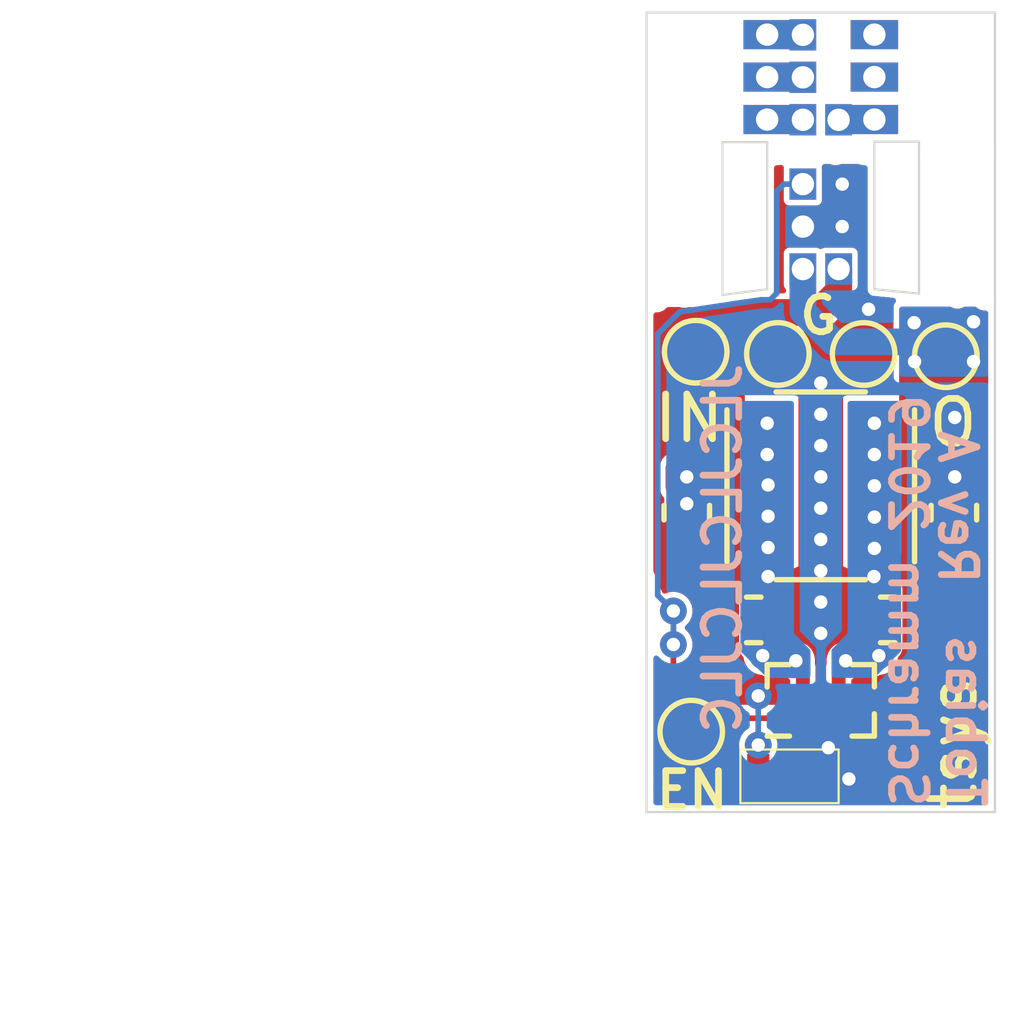
<source format=kicad_pcb>
(kicad_pcb (version 20171130) (host pcbnew 5.1.4)

  (general
    (thickness 1.6)
    (drawings 28)
    (tracks 122)
    (zones 0)
    (modules 35)
    (nets 16)
  )

  (page A4)
  (layers
    (0 F.Cu signal)
    (31 B.Cu signal)
    (32 B.Adhes user)
    (33 F.Adhes user)
    (34 B.Paste user)
    (35 F.Paste user)
    (36 B.SilkS user)
    (37 F.SilkS user)
    (38 B.Mask user)
    (39 F.Mask user)
    (40 Dwgs.User user)
    (41 Cmts.User user)
    (42 Eco1.User user)
    (43 Eco2.User user)
    (44 Edge.Cuts user)
    (45 Margin user)
    (46 B.CrtYd user)
    (47 F.CrtYd user)
    (48 B.Fab user)
    (49 F.Fab user hide)
  )

  (setup
    (last_trace_width 0.127)
    (user_trace_width 0.127)
    (user_trace_width 0.25)
    (user_trace_width 0.31)
    (user_trace_width 0.4)
    (user_trace_width 0.5)
    (user_trace_width 0.6)
    (user_trace_width 0.75)
    (user_trace_width 1)
    (trace_clearance 0.127)
    (zone_clearance 0.127)
    (zone_45_only no)
    (trace_min 0.127)
    (via_size 0.6)
    (via_drill 0.3)
    (via_min_size 0.6)
    (via_min_drill 0.3)
    (user_via 0.6 0.3)
    (uvia_size 0.6)
    (uvia_drill 0.3)
    (uvias_allowed no)
    (uvia_min_size 0.6)
    (uvia_min_drill 0.3)
    (edge_width 0.05)
    (segment_width 0.2)
    (pcb_text_width 0.3)
    (pcb_text_size 1.5 1.5)
    (mod_edge_width 0.12)
    (mod_text_size 1 1)
    (mod_text_width 0.15)
    (pad_size 1.524 1.524)
    (pad_drill 0.762)
    (pad_to_mask_clearance 0.051)
    (solder_mask_min_width 0.25)
    (aux_axis_origin 0 0)
    (visible_elements FFFFFF7F)
    (pcbplotparams
      (layerselection 0x010fc_ffffffff)
      (usegerberextensions true)
      (usegerberattributes false)
      (usegerberadvancedattributes false)
      (creategerberjobfile false)
      (excludeedgelayer true)
      (linewidth 0.100000)
      (plotframeref false)
      (viasonmask false)
      (mode 1)
      (useauxorigin false)
      (hpglpennumber 1)
      (hpglpenspeed 20)
      (hpglpendiameter 15.000000)
      (psnegative false)
      (psa4output false)
      (plotreference true)
      (plotvalue true)
      (plotinvisibletext false)
      (padsonsilk false)
      (subtractmaskfromsilk false)
      (outputformat 1)
      (mirror false)
      (drillshape 0)
      (scaleselection 1)
      (outputdirectory "fab/rev_A/"))
  )

  (net 0 "")
  (net 1 GND)
  (net 2 VIN)
  (net 3 "Net-(JP1-Pad2)")
  (net 4 "Net-(U1-PadE1)")
  (net 5 "Net-(J1-Pad3)")
  (net 6 "Net-(J1-Pad2)")
  (net 7 "Net-(J1-Pad1)")
  (net 8 "Net-(J2-Pad6)")
  (net 9 "Net-(J2-Pad5)")
  (net 10 "Net-(J2-Pad4)")
  (net 11 /VOUT)
  (net 12 /L1)
  (net 13 /L2)
  (net 14 /FB)
  (net 15 /EN)

  (net_class Default "Dies ist die voreingestellte Netzklasse."
    (clearance 0.127)
    (trace_width 0.127)
    (via_dia 0.6)
    (via_drill 0.3)
    (uvia_dia 0.6)
    (uvia_drill 0.3)
    (add_net /EN)
    (add_net /FB)
    (add_net /L1)
    (add_net /L2)
    (add_net /VOUT)
    (add_net GND)
    (add_net "Net-(J1-Pad1)")
    (add_net "Net-(J1-Pad2)")
    (add_net "Net-(J1-Pad3)")
    (add_net "Net-(J2-Pad4)")
    (add_net "Net-(J2-Pad5)")
    (add_net "Net-(J2-Pad6)")
    (add_net "Net-(JP1-Pad2)")
    (add_net "Net-(U1-PadE1)")
    (add_net VIN)
  )

  (module Mousebite:Mousebite_0.3mm (layer F.Cu) (tedit 5DDACAC0) (tstamp 5DDBB8C1)
    (at 134.06 52.56 180)
    (path /5DE0908C)
    (fp_text reference H1 (at 0 0.5) (layer F.SilkS) hide
      (effects (font (size 1 1) (thickness 0.15)))
    )
    (fp_text value MountingHole (at 0 -0.5) (layer F.Fab) hide
      (effects (font (size 1 1) (thickness 0.15)))
    )
    (pad "" np_thru_hole circle (at 0 0 180) (size 0.3 0.3) (drill 0.3) (layers *.Cu *.Mask))
  )

  (module Mousebite:Mousebite_0.3mm (layer F.Cu) (tedit 5DDACAC0) (tstamp 5DDBB8CD)
    (at 134.67 52.6 180)
    (path /5DE0908C)
    (fp_text reference H1 (at 0 0.5) (layer F.SilkS) hide
      (effects (font (size 1 1) (thickness 0.15)))
    )
    (fp_text value MountingHole (at 0 -0.5) (layer F.Fab) hide
      (effects (font (size 1 1) (thickness 0.15)))
    )
    (pad "" np_thru_hole circle (at 0 0 180) (size 0.3 0.3) (drill 0.3) (layers *.Cu *.Mask))
  )

  (module Mousebite:Mousebite_0.3mm (layer F.Cu) (tedit 5DDACAC0) (tstamp 5DDBB85D)
    (at 133.45 52.5 180)
    (path /5DE0908C)
    (fp_text reference H1 (at 0 0.5) (layer F.SilkS) hide
      (effects (font (size 1 1) (thickness 0.15)))
    )
    (fp_text value MountingHole (at 0 -0.5) (layer F.Fab) hide
      (effects (font (size 1 1) (thickness 0.15)))
    )
    (pad "" np_thru_hole circle (at 0 0 180) (size 0.3 0.3) (drill 0.3) (layers *.Cu *.Mask))
  )

  (module Mousebite:Mousebite_0.3mm (layer F.Cu) (tedit 5DDACAC0) (tstamp 5DDBB840)
    (at 127.33 52.64)
    (path /5DE0908C)
    (fp_text reference H1 (at 0 0.5) (layer F.SilkS) hide
      (effects (font (size 1 1) (thickness 0.15)))
    )
    (fp_text value MountingHole (at 0 -0.5) (layer F.Fab) hide
      (effects (font (size 1 1) (thickness 0.15)))
    )
    (pad "" np_thru_hole circle (at 0 0) (size 0.3 0.3) (drill 0.3) (layers *.Cu *.Mask))
  )

  (module Mousebite:Mousebite_0.3mm (layer F.Cu) (tedit 5DDACAC0) (tstamp 5DDBB840)
    (at 127.94 52.54)
    (path /5DE0908C)
    (fp_text reference H1 (at 0 0.5) (layer F.SilkS) hide
      (effects (font (size 1 1) (thickness 0.15)))
    )
    (fp_text value MountingHole (at 0 -0.5) (layer F.Fab) hide
      (effects (font (size 1 1) (thickness 0.15)))
    )
    (pad "" np_thru_hole circle (at 0 0) (size 0.3 0.3) (drill 0.3) (layers *.Cu *.Mask))
  )

  (module Mousebite:Mousebite_0.3mm (layer F.Cu) (tedit 5DDACAC0) (tstamp 5DDBB840)
    (at 128.55 52.45)
    (path /5DE0908C)
    (fp_text reference H1 (at 0 0.5) (layer F.SilkS) hide
      (effects (font (size 1 1) (thickness 0.15)))
    )
    (fp_text value MountingHole (at 0 -0.5) (layer F.Fab) hide
      (effects (font (size 1 1) (thickness 0.15)))
    )
    (pad "" np_thru_hole circle (at 0 0) (size 0.3 0.3) (drill 0.3) (layers *.Cu *.Mask))
  )

  (module Mousebite:Mousebite_0.3mm (layer F.Cu) (tedit 5DDACAC0) (tstamp 5DDBB798)
    (at 134.68 49.35 180)
    (path /5DE0908C)
    (fp_text reference H1 (at 0 0.5) (layer F.SilkS) hide
      (effects (font (size 1 1) (thickness 0.15)))
    )
    (fp_text value MountingHole (at 0 -0.5) (layer F.Fab) hide
      (effects (font (size 1 1) (thickness 0.15)))
    )
    (pad "" np_thru_hole circle (at 0 0 180) (size 0.3 0.3) (drill 0.3) (layers *.Cu *.Mask))
  )

  (module Mousebite:Mousebite_0.3mm (layer F.Cu) (tedit 5DDACAC0) (tstamp 5DDBB794)
    (at 133.42 49.35 180)
    (path /5DE0908C)
    (fp_text reference H1 (at 0 0.5) (layer F.SilkS) hide
      (effects (font (size 1 1) (thickness 0.15)))
    )
    (fp_text value MountingHole (at 0 -0.5) (layer F.Fab) hide
      (effects (font (size 1 1) (thickness 0.15)))
    )
    (pad "" np_thru_hole circle (at 0 0 180) (size 0.3 0.3) (drill 0.3) (layers *.Cu *.Mask))
  )

  (module Mousebite:Mousebite_0.3mm (layer F.Cu) (tedit 5DDACAC0) (tstamp 5DDBB790)
    (at 134.05 49.35 180)
    (path /5DE0908C)
    (fp_text reference H1 (at 0 0.5) (layer F.SilkS) hide
      (effects (font (size 1 1) (thickness 0.15)))
    )
    (fp_text value MountingHole (at 0 -0.5) (layer F.Fab) hide
      (effects (font (size 1 1) (thickness 0.15)))
    )
    (pad "" np_thru_hole circle (at 0 0 180) (size 0.3 0.3) (drill 0.3) (layers *.Cu *.Mask))
  )

  (module Mousebite:Mousebite_0.3mm (layer F.Cu) (tedit 5DDACAC0) (tstamp 5DDBB6D3)
    (at 128.58 49.35)
    (path /5DE0908C)
    (fp_text reference H1 (at 0 0.5) (layer F.SilkS) hide
      (effects (font (size 1 1) (thickness 0.15)))
    )
    (fp_text value MountingHole (at 0 -0.5) (layer F.Fab) hide
      (effects (font (size 1 1) (thickness 0.15)))
    )
    (pad "" np_thru_hole circle (at 0 0) (size 0.3 0.3) (drill 0.3) (layers *.Cu *.Mask))
  )

  (module Mousebite:Mousebite_0.3mm (layer F.Cu) (tedit 5DDACAC0) (tstamp 5DDBB6D3)
    (at 127.95 49.35)
    (path /5DE0908C)
    (fp_text reference H1 (at 0 0.5) (layer F.SilkS) hide
      (effects (font (size 1 1) (thickness 0.15)))
    )
    (fp_text value MountingHole (at 0 -0.5) (layer F.Fab) hide
      (effects (font (size 1 1) (thickness 0.15)))
    )
    (pad "" np_thru_hole circle (at 0 0) (size 0.3 0.3) (drill 0.3) (layers *.Cu *.Mask))
  )

  (module Mousebite:Mousebite_0.3mm (layer F.Cu) (tedit 5DDACAC0) (tstamp 5DDBB6D3)
    (at 127.32 49.35)
    (path /5DE0908C)
    (fp_text reference H1 (at 0 0.5) (layer F.SilkS) hide
      (effects (font (size 1 1) (thickness 0.15)))
    )
    (fp_text value MountingHole (at 0 -0.5) (layer F.Fab) hide
      (effects (font (size 1 1) (thickness 0.15)))
    )
    (pad "" np_thru_hole circle (at 0 0) (size 0.3 0.3) (drill 0.3) (layers *.Cu *.Mask))
  )

  (module Package_DSBGA:DSBGA-15-P0.4mm (layer F.Cu) (tedit 5DDB2630) (tstamp 5DDAF985)
    (at 131 61.6 90)
    (path /5DDB23D2)
    (fp_text reference U1 (at -1.8 0) (layer F.SilkS) hide
      (effects (font (size 1 1) (thickness 0.15)))
    )
    (fp_text value TPS63806 (at 0 -0.5 90) (layer F.Fab)
      (effects (font (size 1 1) (thickness 0.15)))
    )
    (fp_line (start -0.9 1.3) (end -0.9 -1.3) (layer F.CrtYd) (width 0.05))
    (fp_line (start 0.9 1.3) (end -0.9 1.3) (layer F.CrtYd) (width 0.05))
    (fp_line (start 0.9 -1.3) (end 0.9 1.3) (layer F.CrtYd) (width 0.05))
    (fp_line (start -0.9 -1.3) (end 0.9 -1.3) (layer F.CrtYd) (width 0.05))
    (fp_line (start -0.8 -1.2) (end -0.8 -0.7) (layer F.SilkS) (width 0.12))
    (fp_line (start -0.8 1.2) (end -0.8 0.7) (layer F.SilkS) (width 0.12))
    (fp_line (start -0.3 1.2) (end -0.8 1.2) (layer F.SilkS) (width 0.12))
    (fp_line (start 0.8 1.2) (end 0.8 0.7) (layer F.SilkS) (width 0.12))
    (fp_line (start 0.3 1.2) (end 0.8 1.2) (layer F.SilkS) (width 0.12))
    (fp_line (start 0.8 -1.2) (end 0.8 -0.7) (layer F.SilkS) (width 0.12))
    (fp_line (start 0.3 -1.2) (end 0.8 -1.2) (layer F.SilkS) (width 0.12))
    (pad 4 smd roundrect (at 0.4 0.8 90) (size 0.25 0.25) (layers F.Paste) (roundrect_rratio 0.25))
    (pad 4 smd roundrect (at 0.4 0.4 90) (size 0.25 0.25) (layers F.Paste) (roundrect_rratio 0.25))
    (pad 4 smd roundrect (at 0.4 0 90) (size 0.25 0.25) (layers F.Paste) (roundrect_rratio 0.25))
    (pad 4 smd roundrect (at 0.4 -0.4 90) (size 0.25 0.25) (layers F.Paste) (roundrect_rratio 0.25))
    (pad 4 smd roundrect (at 0.4 -0.8 90) (size 0.25 0.25) (layers F.Paste) (roundrect_rratio 0.25))
    (pad 4 smd roundrect (at 0 0.8 90) (size 0.25 0.25) (layers F.Paste) (roundrect_rratio 0.25))
    (pad 4 smd roundrect (at 0 0.4 90) (size 0.25 0.25) (layers F.Paste) (roundrect_rratio 0.25))
    (pad 4 smd roundrect (at 0 0 90) (size 0.25 0.25) (layers F.Paste) (roundrect_rratio 0.25))
    (pad 4 smd roundrect (at 0 -0.4 90) (size 0.25 0.25) (layers F.Paste) (roundrect_rratio 0.25))
    (pad 4 smd roundrect (at 0 -0.8 90) (size 0.25 0.25) (layers F.Paste) (roundrect_rratio 0.25))
    (pad 4 smd roundrect (at -0.4 0.8 90) (size 0.25 0.25) (layers F.Paste) (roundrect_rratio 0.25))
    (pad 4 smd roundrect (at -0.4 0.4 90) (size 0.25 0.25) (layers F.Paste) (roundrect_rratio 0.25))
    (pad 4 smd roundrect (at -0.4 0 90) (size 0.25 0.25) (layers F.Paste) (roundrect_rratio 0.25))
    (pad 4 smd roundrect (at -0.4 -0.4 90) (size 0.25 0.25) (layers F.Paste) (roundrect_rratio 0.25))
    (pad ~ smd circle (at 0.4 0.8 90) (size 0.24 0.24) (layers F.Mask))
    (pad ~ smd circle (at 0.4 0.4 90) (size 0.24 0.24) (layers F.Mask))
    (pad ~ smd circle (at 0.4 0 90) (size 0.24 0.24) (layers F.Mask))
    (pad ~ smd circle (at 0.4 -0.4 90) (size 0.24 0.24) (layers F.Mask))
    (pad ~ smd circle (at 0.4 -0.8 90) (size 0.24 0.24) (layers F.Mask))
    (pad ~ smd circle (at 0 0.8 90) (size 0.24 0.24) (layers F.Mask))
    (pad ~ smd circle (at 0 0.4 90) (size 0.24 0.24) (layers F.Mask))
    (pad ~ smd circle (at 0 0 90) (size 0.24 0.24) (layers F.Mask))
    (pad ~ smd circle (at 0 -0.4 90) (size 0.24 0.24) (layers F.Mask))
    (pad ~ smd circle (at 0 -0.8 90) (size 0.24 0.24) (layers F.Mask))
    (pad ~ smd circle (at -0.4 0.8 90) (size 0.24 0.24) (layers F.Mask))
    (pad ~ smd circle (at -0.4 0.4 90) (size 0.24 0.24) (layers F.Mask))
    (pad ~ smd circle (at -0.4 0 90) (size 0.24 0.24) (layers F.Mask))
    (pad ~ smd circle (at -0.4 -0.4 90) (size 0.24 0.24) (layers F.Mask))
    (pad E3 smd circle (at 0.4 0.8 90) (size 0.23 0.23) (layers F.Cu)
      (net 11 /VOUT))
    (pad D3 smd circle (at 0.4 0.4 90) (size 0.23 0.23) (layers F.Cu)
      (net 13 /L2))
    (pad C3 smd circle (at 0.4 0 90) (size 0.23 0.23) (layers F.Cu)
      (net 1 GND))
    (pad B3 smd circle (at 0.4 -0.4 90) (size 0.23 0.23) (layers F.Cu)
      (net 12 /L1))
    (pad A3 smd circle (at 0.4 -0.8 90) (size 0.23 0.23) (layers F.Cu)
      (net 2 VIN))
    (pad E2 smd circle (at 0 0.8 90) (size 0.23 0.23) (layers F.Cu)
      (net 11 /VOUT))
    (pad D2 smd circle (at 0 0.4 90) (size 0.23 0.23) (layers F.Cu)
      (net 13 /L2))
    (pad C2 smd circle (at 0 0 90) (size 0.23 0.23) (layers F.Cu)
      (net 1 GND))
    (pad B2 smd circle (at 0 -0.4 90) (size 0.23 0.23) (layers F.Cu)
      (net 12 /L1))
    (pad A2 smd circle (at 0 -0.8 90) (size 0.23 0.23) (layers F.Cu)
      (net 2 VIN))
    (pad E1 smd circle (at -0.4 0.8 90) (size 0.23 0.23) (layers F.Cu)
      (net 4 "Net-(U1-PadE1)"))
    (pad D1 smd circle (at -0.4 0.4 90) (size 0.23 0.23) (layers F.Cu)
      (net 14 /FB))
    (pad C1 smd circle (at -0.4 0 90) (size 0.23 0.23) (layers F.Cu)
      (net 1 GND))
    (pad B1 smd circle (at -0.4 -0.4 90) (size 0.23 0.23) (layers F.Cu)
      (net 3 "Net-(JP1-Pad2)"))
    (pad 4 smd roundrect (at -0.4 -0.8 90) (size 0.25 0.25) (layers F.Paste) (roundrect_rratio 0.25))
    (pad ~ smd circle (at -0.4 -0.8 90) (size 0.24 0.24) (layers F.Mask))
    (pad A1 smd circle (at -0.4 -0.8 90) (size 0.23 0.23) (layers F.Cu)
      (net 15 /EN))
  )

  (module Mousebite:Mousebite_0.3mm (layer F.Cu) (tedit 5DDACAC0) (tstamp 5DDB6666)
    (at 131.33 49.35)
    (path /5DE0AE24)
    (fp_text reference H4 (at 0 0.5) (layer F.SilkS) hide
      (effects (font (size 1 1) (thickness 0.15)))
    )
    (fp_text value MountingHole (at 0 -0.5) (layer F.Fab) hide
      (effects (font (size 1 1) (thickness 0.15)))
    )
    (pad "" np_thru_hole circle (at 0 0) (size 0.3 0.3) (drill 0.3) (layers *.Cu *.Mask))
  )

  (module Mousebite:Mousebite_0.3mm (layer F.Cu) (tedit 5DDACAC0) (tstamp 5DDB6661)
    (at 131.97 49.35)
    (path /5DE0A1FC)
    (fp_text reference H3 (at 0 0.5) (layer F.SilkS) hide
      (effects (font (size 1 1) (thickness 0.15)))
    )
    (fp_text value MountingHole (at 0 -0.5) (layer F.Fab) hide
      (effects (font (size 1 1) (thickness 0.15)))
    )
    (pad "" np_thru_hole circle (at 0 0) (size 0.3 0.3) (drill 0.3) (layers *.Cu *.Mask))
  )

  (module Mousebite:Mousebite_0.3mm (layer F.Cu) (tedit 5DDACAC0) (tstamp 5DDB665C)
    (at 130.67 49.35)
    (path /5DE09669)
    (fp_text reference H2 (at 0 0.5) (layer F.SilkS) hide
      (effects (font (size 1 1) (thickness 0.15)))
    )
    (fp_text value MountingHole (at 0 -0.5) (layer F.Fab) hide
      (effects (font (size 1 1) (thickness 0.15)))
    )
    (pad "" np_thru_hole circle (at 0 0) (size 0.3 0.3) (drill 0.3) (layers *.Cu *.Mask))
  )

  (module Mousebite:Mousebite_0.3mm (layer F.Cu) (tedit 5DDACAC0) (tstamp 5DDB6657)
    (at 130.03 49.35)
    (path /5DE0908C)
    (fp_text reference H1 (at 0 0.5) (layer F.SilkS) hide
      (effects (font (size 1 1) (thickness 0.15)))
    )
    (fp_text value MountingHole (at 0 -0.5) (layer F.Fab) hide
      (effects (font (size 1 1) (thickness 0.15)))
    )
    (pad "" np_thru_hole circle (at 0 0) (size 0.3 0.3) (drill 0.3) (layers *.Cu *.Mask))
  )

  (module Connector_PinHeader_0.6mm:PinHeader_1x01_P0.95mm (layer F.Cu) (tedit 5DDAB6E6) (tstamp 5DDB537B)
    (at 131.399 48.611)
    (path /5DDFD1C1)
    (fp_text reference J3 (at 0 0.5) (layer F.SilkS) hide
      (effects (font (size 1 1) (thickness 0.15)))
    )
    (fp_text value Conn_01x01 (at 0 -0.5) (layer F.Fab)
      (effects (font (size 1 1) (thickness 0.15)))
    )
    (pad 1 thru_hole rect (at 0 0) (size 0.6 0.7) (drill 0.5) (layers *.Cu *.Mask)
      (net 10 "Net-(J2-Pad4)"))
  )

  (module Castellations:SOT-23-6 (layer F.Cu) (tedit 5DDAB9E2) (tstamp 5DDAF3FB)
    (at 131 47.655001)
    (path /5DDB932F)
    (fp_text reference J2 (at 0 0.5) (layer F.SilkS) hide
      (effects (font (size 1 1) (thickness 0.15)))
    )
    (fp_text value Conn_02x03_Counter_Clockwise (at 0 -2.5) (layer F.Fab)
      (effects (font (size 1 1) (thickness 0.15)))
    )
    (fp_line (start -1.2 1.7) (end -1.2 -1.7) (layer F.Fab) (width 0.05))
    (fp_line (start 1.2 1.7) (end 1.2 -1.7) (layer F.Fab) (width 0.05))
    (pad 2 thru_hole rect (at -1.2 0) (size 1.06 0.65) (drill 0.5) (layers *.Cu *.Mask)
      (net 6 "Net-(J1-Pad2)"))
    (pad 6 thru_hole rect (at 1.2 -0.95) (size 1.06 0.65) (drill 0.5) (layers *.Cu *.Mask)
      (net 8 "Net-(J2-Pad6)"))
    (pad 5 thru_hole rect (at 1.2 0) (size 1.06 0.65) (drill 0.5) (layers *.Cu *.Mask)
      (net 9 "Net-(J2-Pad5)"))
    (pad 4 thru_hole rect (at 1.2 0.95) (size 1.06 0.65) (drill 0.5) (layers *.Cu *.Mask)
      (net 10 "Net-(J2-Pad4)"))
    (pad 1 thru_hole rect (at -1.2 -0.95) (size 1.06 0.65) (drill 0.5) (layers *.Cu *.Mask)
      (net 7 "Net-(J1-Pad1)"))
    (pad 3 thru_hole rect (at -1.2 0.95) (size 1.06 0.65) (drill 0.5) (layers *.Cu *.Mask)
      (net 5 "Net-(J1-Pad3)"))
  )

  (module Connector_PinHeader_0.6mm:PinHeader_1x01_P0.95mm (layer F.Cu) (tedit 5DDAB6E6) (tstamp 5DDB2E2D)
    (at 131.4 51.95)
    (path /5DDE7032)
    (fp_text reference J5 (at 0 0.5) (layer F.SilkS) hide
      (effects (font (size 1 1) (thickness 0.15)))
    )
    (fp_text value Conn_01x01 (at 0 -0.5) (layer F.Fab)
      (effects (font (size 1 1) (thickness 0.15)))
    )
    (pad 1 thru_hole rect (at 0 0) (size 0.6 0.7) (drill 0.5) (layers *.Cu *.Mask)
      (net 2 VIN))
  )

  (module Connector_PinHeader_0.6mm:PinHeader_1x03_P0.95mm (layer F.Cu) (tedit 5DDA9CF5) (tstamp 5DDB27DF)
    (at 130.6 51)
    (path /5DDD7088)
    (fp_text reference J4 (at 0 0.5) (layer F.SilkS) hide
      (effects (font (size 1 1) (thickness 0.15)))
    )
    (fp_text value Conn_01x03 (at 0 -0.5) (layer F.Fab)
      (effects (font (size 1 1) (thickness 0.15)))
    )
    (pad 3 thru_hole rect (at 0 0.95) (size 0.6 0.7) (drill 0.5) (layers *.Cu *.Mask)
      (net 11 /VOUT))
    (pad 2 thru_hole rect (at 0 0) (size 0.6 0.7) (drill 0.5) (layers *.Cu *.Mask)
      (net 1 GND))
    (pad 1 thru_hole rect (at 0 -0.95) (size 0.6 0.7) (drill 0.5) (layers *.Cu *.Mask)
      (net 15 /EN))
  )

  (module TestPoint:TestPoint_Pad_D1.0mm (layer F.Cu) (tedit 5A0F774F) (tstamp 5DDAFA02)
    (at 131.96 53.85)
    (descr "SMD pad as test Point, diameter 1.0mm")
    (tags "test point SMD pad")
    (path /5DDB5B08)
    (attr virtual)
    (fp_text reference TP5 (at 0 -1.448) (layer F.SilkS) hide
      (effects (font (size 1 1) (thickness 0.15)))
    )
    (fp_text value TestPoint (at 0 1.55) (layer F.Fab)
      (effects (font (size 1 1) (thickness 0.15)))
    )
    (fp_circle (center 0 0) (end 0 0.7) (layer F.SilkS) (width 0.12))
    (fp_circle (center 0 0) (end 1 0) (layer F.CrtYd) (width 0.05))
    (fp_text user %R (at 0 -1.45) (layer F.Fab)
      (effects (font (size 1 1) (thickness 0.15)))
    )
    (pad 1 smd circle (at 0 0) (size 1 1) (layers F.Cu F.Mask)
      (net 1 GND))
  )

  (module TestPoint:TestPoint_Pad_D1.0mm (layer F.Cu) (tedit 5A0F774F) (tstamp 5DDB2081)
    (at 130.04 53.85)
    (descr "SMD pad as test Point, diameter 1.0mm")
    (tags "test point SMD pad")
    (path /5DDDDF84)
    (attr virtual)
    (fp_text reference TP2 (at 0 -1.448) (layer F.SilkS) hide
      (effects (font (size 1 1) (thickness 0.15)))
    )
    (fp_text value TestPoint (at 0 1.55) (layer F.Fab)
      (effects (font (size 1 1) (thickness 0.15)))
    )
    (fp_circle (center 0 0) (end 0 0.7) (layer F.SilkS) (width 0.12))
    (fp_circle (center 0 0) (end 1 0) (layer F.CrtYd) (width 0.05))
    (fp_text user %R (at 0.18 0.09) (layer F.Fab)
      (effects (font (size 1 1) (thickness 0.15)))
    )
    (pad 1 smd circle (at 0 0) (size 1 1) (layers F.Cu F.Mask)
      (net 1 GND))
  )

  (module TestPoint:TestPoint_Pad_D1.0mm (layer F.Cu) (tedit 5A0F774F) (tstamp 5DDAFADA)
    (at 133.8 53.9)
    (descr "SMD pad as test Point, diameter 1.0mm")
    (tags "test point SMD pad")
    (path /5DDB34A1)
    (attr virtual)
    (fp_text reference TP4 (at 0 -1.448) (layer F.SilkS) hide
      (effects (font (size 1 1) (thickness 0.15)))
    )
    (fp_text value TestPoint (at 0 1.55) (layer F.Fab)
      (effects (font (size 1 1) (thickness 0.15)))
    )
    (fp_circle (center 0 0) (end 0 0.7) (layer F.SilkS) (width 0.12))
    (fp_circle (center 0 0) (end 1 0) (layer F.CrtYd) (width 0.05))
    (fp_text user %R (at 0 -1.45) (layer F.Fab)
      (effects (font (size 1 1) (thickness 0.15)))
    )
    (pad 1 smd circle (at 0 0) (size 1 1) (layers F.Cu F.Mask)
      (net 11 /VOUT))
  )

  (module TestPoint:TestPoint_Pad_D1.0mm (layer F.Cu) (tedit 5A0F774F) (tstamp 5DDAFA17)
    (at 128.2 53.8)
    (descr "SMD pad as test Point, diameter 1.0mm")
    (tags "test point SMD pad")
    (path /5DDB65C3)
    (attr virtual)
    (fp_text reference TP1 (at 0 -1.448) (layer F.SilkS) hide
      (effects (font (size 1 1) (thickness 0.15)))
    )
    (fp_text value TestPoint (at 0 1.55) (layer F.Fab)
      (effects (font (size 1 1) (thickness 0.15)))
    )
    (fp_circle (center 0 0) (end 0 0.7) (layer F.SilkS) (width 0.12))
    (fp_circle (center 0 0) (end 1 0) (layer F.CrtYd) (width 0.05))
    (fp_text user %R (at -0.7 -0.01) (layer F.Fab)
      (effects (font (size 1 1) (thickness 0.15)))
    )
    (pad 1 smd circle (at 0 0) (size 1 1) (layers F.Cu F.Mask)
      (net 2 VIN))
  )

  (module Inductor_Coilcraft:XFL4015 (layer F.Cu) (tedit 5DDAA23C) (tstamp 5DDAFA91)
    (at 131 56.8)
    (path /5DDA98F7)
    (fp_text reference L1 (at 0.1 0.3) (layer F.SilkS) hide
      (effects (font (size 1 1) (thickness 0.15)))
    )
    (fp_text value L (at 0 -0.5) (layer F.Fab)
      (effects (font (size 1 1) (thickness 0.15)))
    )
    (fp_line (start 2.1 2.1) (end 2.1 -2.1) (layer F.CrtYd) (width 0.05))
    (fp_line (start -2.1 2.1) (end 2.1 2.1) (layer F.CrtYd) (width 0.05))
    (fp_line (start -2.1 -2.1) (end -2.1 2.1) (layer F.CrtYd) (width 0.05))
    (fp_line (start 2.1 -2.1) (end -2.1 -2.1) (layer F.CrtYd) (width 0.05))
    (fp_line (start -2.1 -1.7) (end -2.1 1.7) (layer F.SilkS) (width 0.12))
    (fp_line (start 2.1 1.7) (end 2.1 -1.7) (layer F.SilkS) (width 0.12))
    (fp_line (start -1 2.1) (end 1 2.1) (layer F.SilkS) (width 0.12))
    (fp_line (start -1 -2.1) (end 1 -2.1) (layer F.SilkS) (width 0.12))
    (pad 1 smd roundrect (at -1.185 0) (size 0.98 3.4) (layers F.Cu F.Paste F.Mask) (roundrect_rratio 0.25)
      (net 12 /L1))
    (pad 2 smd roundrect (at 1.185 0) (size 0.98 3.4) (layers F.Cu F.Paste F.Mask) (roundrect_rratio 0.25)
      (net 13 /L2))
  )

  (module Connector_PinHeader_0.6mm:PinHeader_1x03_P0.95mm (layer F.Cu) (tedit 5DDA9CF5) (tstamp 5DDB5353)
    (at 130.6 47.66)
    (path /5DDBA462)
    (fp_text reference J1 (at 0 0.5) (layer F.SilkS) hide
      (effects (font (size 1 1) (thickness 0.15)))
    )
    (fp_text value Conn_01x03 (at 0 -0.5) (layer F.Fab)
      (effects (font (size 1 1) (thickness 0.15)))
    )
    (pad 3 thru_hole rect (at 0 0.95) (size 0.6 0.7) (drill 0.5) (layers *.Cu *.Mask)
      (net 5 "Net-(J1-Pad3)"))
    (pad 2 thru_hole rect (at 0 0) (size 0.6 0.7) (drill 0.5) (layers *.Cu *.Mask)
      (net 6 "Net-(J1-Pad2)"))
    (pad 1 thru_hole rect (at 0 -0.95) (size 0.6 0.7) (drill 0.5) (layers *.Cu *.Mask)
      (net 7 "Net-(J1-Pad1)"))
  )

  (module TestPoint:TestPoint_Pad_D1.0mm (layer F.Cu) (tedit 5A0F774F) (tstamp 5DDAFAEF)
    (at 128.1 62.3)
    (descr "SMD pad as test Point, diameter 1.0mm")
    (tags "test point SMD pad")
    (path /5DDB7CE0)
    (attr virtual)
    (fp_text reference TP3 (at 0 -1.448) (layer F.SilkS) hide
      (effects (font (size 1 1) (thickness 0.15)))
    )
    (fp_text value TestPoint (at 0 1.55) (layer F.Fab)
      (effects (font (size 1 1) (thickness 0.15)))
    )
    (fp_circle (center 0 0) (end 0 0.7) (layer F.SilkS) (width 0.12))
    (fp_circle (center 0 0) (end 1 0) (layer F.CrtYd) (width 0.05))
    (fp_text user %R (at 0 -1.45) (layer F.Fab)
      (effects (font (size 1 1) (thickness 0.15)))
    )
    (pad 1 smd circle (at 0 0) (size 1 1) (layers F.Cu F.Mask)
      (net 15 /EN))
  )

  (module Resistor_SMD:R_0402_1005Metric (layer F.Cu) (tedit 5B301BBD) (tstamp 5DDAFBAA)
    (at 132.6 63.1 180)
    (descr "Resistor SMD 0402 (1005 Metric), square (rectangular) end terminal, IPC_7351 nominal, (Body size source: http://www.tortai-tech.com/upload/download/2011102023233369053.pdf), generated with kicad-footprint-generator")
    (tags resistor)
    (path /5DDAF700)
    (attr smd)
    (fp_text reference R2 (at 0 -1.17) (layer F.SilkS) hide
      (effects (font (size 1 1) (thickness 0.15)))
    )
    (fp_text value R (at 0 1.17) (layer F.Fab)
      (effects (font (size 1 1) (thickness 0.15)))
    )
    (fp_text user %R (at 0 0) (layer F.Fab)
      (effects (font (size 0.25 0.25) (thickness 0.04)))
    )
    (fp_line (start 0.93 0.47) (end -0.93 0.47) (layer F.CrtYd) (width 0.05))
    (fp_line (start 0.93 -0.47) (end 0.93 0.47) (layer F.CrtYd) (width 0.05))
    (fp_line (start -0.93 -0.47) (end 0.93 -0.47) (layer F.CrtYd) (width 0.05))
    (fp_line (start -0.93 0.47) (end -0.93 -0.47) (layer F.CrtYd) (width 0.05))
    (fp_line (start 0.5 0.25) (end -0.5 0.25) (layer F.Fab) (width 0.1))
    (fp_line (start 0.5 -0.25) (end 0.5 0.25) (layer F.Fab) (width 0.1))
    (fp_line (start -0.5 -0.25) (end 0.5 -0.25) (layer F.Fab) (width 0.1))
    (fp_line (start -0.5 0.25) (end -0.5 -0.25) (layer F.Fab) (width 0.1))
    (pad 2 smd roundrect (at 0.485 0 180) (size 0.59 0.64) (layers F.Cu F.Paste F.Mask) (roundrect_rratio 0.25)
      (net 1 GND))
    (pad 1 smd roundrect (at -0.485 0 180) (size 0.59 0.64) (layers F.Cu F.Paste F.Mask) (roundrect_rratio 0.25)
      (net 14 /FB))
    (model ${KISYS3DMOD}/Resistor_SMD.3dshapes/R_0402_1005Metric.wrl
      (at (xyz 0 0 0))
      (scale (xyz 1 1 1))
      (rotate (xyz 0 0 0))
    )
  )

  (module Resistor_SMD:R_0402_1005Metric (layer F.Cu) (tedit 5B301BBD) (tstamp 5DDAFB3B)
    (at 133.1 61.6 270)
    (descr "Resistor SMD 0402 (1005 Metric), square (rectangular) end terminal, IPC_7351 nominal, (Body size source: http://www.tortai-tech.com/upload/download/2011102023233369053.pdf), generated with kicad-footprint-generator")
    (tags resistor)
    (path /5DDAEFCC)
    (attr smd)
    (fp_text reference R1 (at 0 -1.17 90) (layer F.SilkS) hide
      (effects (font (size 1 1) (thickness 0.15)))
    )
    (fp_text value R (at 0 1.17 90) (layer F.Fab)
      (effects (font (size 1 1) (thickness 0.15)))
    )
    (fp_text user %R (at 0 0 90) (layer F.Fab)
      (effects (font (size 0.25 0.25) (thickness 0.04)))
    )
    (fp_line (start 0.93 0.47) (end -0.93 0.47) (layer F.CrtYd) (width 0.05))
    (fp_line (start 0.93 -0.47) (end 0.93 0.47) (layer F.CrtYd) (width 0.05))
    (fp_line (start -0.93 -0.47) (end 0.93 -0.47) (layer F.CrtYd) (width 0.05))
    (fp_line (start -0.93 0.47) (end -0.93 -0.47) (layer F.CrtYd) (width 0.05))
    (fp_line (start 0.5 0.25) (end -0.5 0.25) (layer F.Fab) (width 0.1))
    (fp_line (start 0.5 -0.25) (end 0.5 0.25) (layer F.Fab) (width 0.1))
    (fp_line (start -0.5 -0.25) (end 0.5 -0.25) (layer F.Fab) (width 0.1))
    (fp_line (start -0.5 0.25) (end -0.5 -0.25) (layer F.Fab) (width 0.1))
    (pad 2 smd roundrect (at 0.485 0 270) (size 0.59 0.64) (layers F.Cu F.Paste F.Mask) (roundrect_rratio 0.25)
      (net 14 /FB))
    (pad 1 smd roundrect (at -0.485 0 270) (size 0.59 0.64) (layers F.Cu F.Paste F.Mask) (roundrect_rratio 0.25)
      (net 11 /VOUT))
    (model ${KISYS3DMOD}/Resistor_SMD.3dshapes/R_0402_1005Metric.wrl
      (at (xyz 0 0 0))
      (scale (xyz 1 1 1))
      (rotate (xyz 0 0 0))
    )
  )

  (module Jumper_tiny:tiny (layer F.Cu) (tedit 5DDA936D) (tstamp 5DDAFA38)
    (at 130.3 63.3 180)
    (path /5DDAB48E)
    (fp_text reference JP1 (at 0 -1.4) (layer F.SilkS) hide
      (effects (font (size 1 1) (thickness 0.15)))
    )
    (fp_text value Jumper_3_Bridged12 (at 0 -0.5) (layer F.Fab)
      (effects (font (size 1 1) (thickness 0.15)))
    )
    (fp_poly (pts (xy 0.9 0.5) (xy -0.9 0.5) (xy -0.9 -0.5) (xy 0.9 -0.5)) (layer F.Mask) (width 0.1))
    (fp_line (start -1.1 -0.6) (end 1.1 -0.6) (layer F.SilkS) (width 0.05))
    (fp_line (start 1.2 0.7) (end -1.2 0.7) (layer F.CrtYd) (width 0.05))
    (fp_line (start -1.1 0.6) (end -1.1 -0.6) (layer F.SilkS) (width 0.05))
    (fp_line (start 1.2 0.7) (end 1.2 -0.7) (layer F.CrtYd) (width 0.05))
    (fp_line (start -1.2 -0.7) (end -1.2 0.7) (layer F.CrtYd) (width 0.05))
    (fp_poly (pts (xy -0.6 -0.1) (xy -0.1 -0.1) (xy -0.1 0.1) (xy -0.6 0.1)) (layer F.Cu) (width 0))
    (fp_line (start 1.1 -0.6) (end 1.1 0.6) (layer F.SilkS) (width 0.05))
    (fp_line (start -1.2 -0.7) (end 1.2 -0.7) (layer F.CrtYd) (width 0.05))
    (fp_line (start 1.1 0.6) (end -1.1 0.6) (layer F.SilkS) (width 0.05))
    (pad 1 smd rect (at -0.7 0 180) (size 0.5 1) (layers F.Cu F.Mask)
      (net 1 GND))
    (pad 3 smd rect (at 0.7 0 180) (size 0.5 1) (layers F.Cu F.Mask)
      (net 2 VIN))
    (pad 2 smd rect (at 0 0 180) (size 0.5 1) (layers F.Cu F.Mask)
      (net 3 "Net-(JP1-Pad2)"))
  )

  (module Capacitor_SMD:C_0603_1608Metric (layer F.Cu) (tedit 5B301BBE) (tstamp 5DDAFAB3)
    (at 132.5 59.8 180)
    (descr "Capacitor SMD 0603 (1608 Metric), square (rectangular) end terminal, IPC_7351 nominal, (Body size source: http://www.tortai-tech.com/upload/download/2011102023233369053.pdf), generated with kicad-footprint-generator")
    (tags capacitor)
    (path /5DDAAFC7)
    (attr smd)
    (fp_text reference C4 (at 0 -1.43) (layer F.SilkS) hide
      (effects (font (size 1 1) (thickness 0.15)))
    )
    (fp_text value "22 uC" (at 0 1.43) (layer F.Fab)
      (effects (font (size 1 1) (thickness 0.15)))
    )
    (fp_text user %R (at 0 0) (layer F.Fab)
      (effects (font (size 0.4 0.4) (thickness 0.06)))
    )
    (fp_line (start 1.48 0.73) (end -1.48 0.73) (layer F.CrtYd) (width 0.05))
    (fp_line (start 1.48 -0.73) (end 1.48 0.73) (layer F.CrtYd) (width 0.05))
    (fp_line (start -1.48 -0.73) (end 1.48 -0.73) (layer F.CrtYd) (width 0.05))
    (fp_line (start -1.48 0.73) (end -1.48 -0.73) (layer F.CrtYd) (width 0.05))
    (fp_line (start -0.162779 0.51) (end 0.162779 0.51) (layer F.SilkS) (width 0.12))
    (fp_line (start -0.162779 -0.51) (end 0.162779 -0.51) (layer F.SilkS) (width 0.12))
    (fp_line (start 0.8 0.4) (end -0.8 0.4) (layer F.Fab) (width 0.1))
    (fp_line (start 0.8 -0.4) (end 0.8 0.4) (layer F.Fab) (width 0.1))
    (fp_line (start -0.8 -0.4) (end 0.8 -0.4) (layer F.Fab) (width 0.1))
    (fp_line (start -0.8 0.4) (end -0.8 -0.4) (layer F.Fab) (width 0.1))
    (pad 2 smd roundrect (at 0.7875 0 180) (size 0.875 0.95) (layers F.Cu F.Paste F.Mask) (roundrect_rratio 0.25)
      (net 1 GND))
    (pad 1 smd roundrect (at -0.7875 0 180) (size 0.875 0.95) (layers F.Cu F.Paste F.Mask) (roundrect_rratio 0.25)
      (net 11 /VOUT))
    (model ${KISYS3DMOD}/Capacitor_SMD.3dshapes/C_0603_1608Metric.wrl
      (at (xyz 0 0 0))
      (scale (xyz 1 1 1))
      (rotate (xyz 0 0 0))
    )
  )

  (module Capacitor_SMD:C_0603_1608Metric (layer F.Cu) (tedit 5B301BBE) (tstamp 5DDAFA68)
    (at 133.98 57.4 90)
    (descr "Capacitor SMD 0603 (1608 Metric), square (rectangular) end terminal, IPC_7351 nominal, (Body size source: http://www.tortai-tech.com/upload/download/2011102023233369053.pdf), generated with kicad-footprint-generator")
    (tags capacitor)
    (path /5DDAAFCD)
    (attr smd)
    (fp_text reference C3 (at 0 -1.43 90) (layer F.SilkS) hide
      (effects (font (size 1 1) (thickness 0.15)))
    )
    (fp_text value "22 uC" (at 0 1.43 90) (layer F.Fab)
      (effects (font (size 1 1) (thickness 0.15)))
    )
    (fp_text user %R (at 0 0 90) (layer F.Fab)
      (effects (font (size 0.4 0.4) (thickness 0.06)))
    )
    (fp_line (start 1.48 0.73) (end -1.48 0.73) (layer F.CrtYd) (width 0.05))
    (fp_line (start 1.48 -0.73) (end 1.48 0.73) (layer F.CrtYd) (width 0.05))
    (fp_line (start -1.48 -0.73) (end 1.48 -0.73) (layer F.CrtYd) (width 0.05))
    (fp_line (start -1.48 0.73) (end -1.48 -0.73) (layer F.CrtYd) (width 0.05))
    (fp_line (start -0.162779 0.51) (end 0.162779 0.51) (layer F.SilkS) (width 0.12))
    (fp_line (start -0.162779 -0.51) (end 0.162779 -0.51) (layer F.SilkS) (width 0.12))
    (fp_line (start 0.8 0.4) (end -0.8 0.4) (layer F.Fab) (width 0.1))
    (fp_line (start 0.8 -0.4) (end 0.8 0.4) (layer F.Fab) (width 0.1))
    (fp_line (start -0.8 -0.4) (end 0.8 -0.4) (layer F.Fab) (width 0.1))
    (fp_line (start -0.8 0.4) (end -0.8 -0.4) (layer F.Fab) (width 0.1))
    (pad 2 smd roundrect (at 0.7875 0 90) (size 0.875 0.95) (layers F.Cu F.Paste F.Mask) (roundrect_rratio 0.25)
      (net 1 GND))
    (pad 1 smd roundrect (at -0.7875 0 90) (size 0.875 0.95) (layers F.Cu F.Paste F.Mask) (roundrect_rratio 0.25)
      (net 11 /VOUT))
    (model ${KISYS3DMOD}/Capacitor_SMD.3dshapes/C_0603_1608Metric.wrl
      (at (xyz 0 0 0))
      (scale (xyz 1 1 1))
      (rotate (xyz 0 0 0))
    )
  )

  (module Capacitor_SMD:C_0603_1608Metric (layer F.Cu) (tedit 5B301BBE) (tstamp 5DDAFB67)
    (at 129.5 59.8)
    (descr "Capacitor SMD 0603 (1608 Metric), square (rectangular) end terminal, IPC_7351 nominal, (Body size source: http://www.tortai-tech.com/upload/download/2011102023233369053.pdf), generated with kicad-footprint-generator")
    (tags capacitor)
    (path /5DDAA06C)
    (attr smd)
    (fp_text reference C2 (at 0 -1.43) (layer F.SilkS) hide
      (effects (font (size 1 1) (thickness 0.15)))
    )
    (fp_text value "22 uC" (at 0 1.43) (layer F.Fab)
      (effects (font (size 1 1) (thickness 0.15)))
    )
    (fp_text user %R (at 0 0) (layer F.Fab)
      (effects (font (size 0.4 0.4) (thickness 0.06)))
    )
    (fp_line (start 1.48 0.73) (end -1.48 0.73) (layer F.CrtYd) (width 0.05))
    (fp_line (start 1.48 -0.73) (end 1.48 0.73) (layer F.CrtYd) (width 0.05))
    (fp_line (start -1.48 -0.73) (end 1.48 -0.73) (layer F.CrtYd) (width 0.05))
    (fp_line (start -1.48 0.73) (end -1.48 -0.73) (layer F.CrtYd) (width 0.05))
    (fp_line (start -0.162779 0.51) (end 0.162779 0.51) (layer F.SilkS) (width 0.12))
    (fp_line (start -0.162779 -0.51) (end 0.162779 -0.51) (layer F.SilkS) (width 0.12))
    (fp_line (start 0.8 0.4) (end -0.8 0.4) (layer F.Fab) (width 0.1))
    (fp_line (start 0.8 -0.4) (end 0.8 0.4) (layer F.Fab) (width 0.1))
    (fp_line (start -0.8 -0.4) (end 0.8 -0.4) (layer F.Fab) (width 0.1))
    (fp_line (start -0.8 0.4) (end -0.8 -0.4) (layer F.Fab) (width 0.1))
    (pad 2 smd roundrect (at 0.7875 0) (size 0.875 0.95) (layers F.Cu F.Paste F.Mask) (roundrect_rratio 0.25)
      (net 1 GND))
    (pad 1 smd roundrect (at -0.7875 0) (size 0.875 0.95) (layers F.Cu F.Paste F.Mask) (roundrect_rratio 0.25)
      (net 2 VIN))
    (model ${KISYS3DMOD}/Capacitor_SMD.3dshapes/C_0603_1608Metric.wrl
      (at (xyz 0 0 0))
      (scale (xyz 1 1 1))
      (rotate (xyz 0 0 0))
    )
  )

  (module Capacitor_SMD:C_0603_1608Metric (layer F.Cu) (tedit 5B301BBE) (tstamp 5DDAFB0D)
    (at 128 57.4 90)
    (descr "Capacitor SMD 0603 (1608 Metric), square (rectangular) end terminal, IPC_7351 nominal, (Body size source: http://www.tortai-tech.com/upload/download/2011102023233369053.pdf), generated with kicad-footprint-generator")
    (tags capacitor)
    (path /5DDAAB37)
    (attr smd)
    (fp_text reference C1 (at 0 -1.43 90) (layer F.SilkS) hide
      (effects (font (size 1 1) (thickness 0.15)))
    )
    (fp_text value "22 uC" (at 0 1.43 90) (layer F.Fab)
      (effects (font (size 1 1) (thickness 0.15)))
    )
    (fp_text user %R (at 0 0 90) (layer F.Fab)
      (effects (font (size 0.4 0.4) (thickness 0.06)))
    )
    (fp_line (start 1.48 0.73) (end -1.48 0.73) (layer F.CrtYd) (width 0.05))
    (fp_line (start 1.48 -0.73) (end 1.48 0.73) (layer F.CrtYd) (width 0.05))
    (fp_line (start -1.48 -0.73) (end 1.48 -0.73) (layer F.CrtYd) (width 0.05))
    (fp_line (start -1.48 0.73) (end -1.48 -0.73) (layer F.CrtYd) (width 0.05))
    (fp_line (start -0.162779 0.51) (end 0.162779 0.51) (layer F.SilkS) (width 0.12))
    (fp_line (start -0.162779 -0.51) (end 0.162779 -0.51) (layer F.SilkS) (width 0.12))
    (fp_line (start 0.8 0.4) (end -0.8 0.4) (layer F.Fab) (width 0.1))
    (fp_line (start 0.8 -0.4) (end 0.8 0.4) (layer F.Fab) (width 0.1))
    (fp_line (start -0.8 -0.4) (end 0.8 -0.4) (layer F.Fab) (width 0.1))
    (fp_line (start -0.8 0.4) (end -0.8 -0.4) (layer F.Fab) (width 0.1))
    (pad 2 smd roundrect (at 0.7875 0 90) (size 0.875 0.95) (layers F.Cu F.Paste F.Mask) (roundrect_rratio 0.25)
      (net 1 GND))
    (pad 1 smd roundrect (at -0.7875 0 90) (size 0.875 0.95) (layers F.Cu F.Paste F.Mask) (roundrect_rratio 0.25)
      (net 2 VIN))
    (model ${KISYS3DMOD}/Capacitor_SMD.3dshapes/C_0603_1608Metric.wrl
      (at (xyz 0 0 0))
      (scale (xyz 1 1 1))
      (rotate (xyz 0 0 0))
    )
  )

  (gr_line (start 128.8 52.53) (end 128.8 49.11) (layer Edge.Cuts) (width 0.05))
  (gr_line (start 133.2 52.5) (end 133.2 49.1) (layer Edge.Cuts) (width 0.05) (tstamp 5DDBB4B4))
  (gr_line (start 127.1 49.11) (end 127.1 52.71) (layer Edge.Cuts) (width 0.05) (tstamp 5DDBB4AE))
  (gr_text "Rev A" (at 134.06 57.28 270) (layer B.SilkS)
    (effects (font (size 0.8 0.8) (thickness 0.15)) (justify mirror))
  )
  (gr_text JLCJLCJLCJLC (at 128.8 58.2 90) (layer B.SilkS)
    (effects (font (size 0.8 0.8) (thickness 0.15)) (justify mirror))
  )
  (gr_line (start 133.2 49.1) (end 132.2 49.1) (layer Edge.Cuts) (width 0.05) (tstamp 5DDB538A))
  (gr_line (start 128.75 49.5) (end 133.45 49.5) (layer F.Fab) (width 0.05))
  (dimension 7.8 (width 0.15) (layer Eco1.User)
    (gr_text "7,800 mm" (at 131 69.48) (layer Eco1.User)
      (effects (font (size 1 1) (thickness 0.15)))
    )
    (feature1 (pts (xy 134.9 64.1) (xy 134.9 68.766421)))
    (feature2 (pts (xy 127.1 64.1) (xy 127.1 68.766421)))
    (crossbar (pts (xy 127.1 68.18) (xy 134.9 68.18)))
    (arrow1a (pts (xy 134.9 68.18) (xy 133.773496 68.766421)))
    (arrow1b (pts (xy 134.9 68.18) (xy 133.773496 67.593579)))
    (arrow2a (pts (xy 127.1 68.18) (xy 128.226504 68.766421)))
    (arrow2b (pts (xy 127.1 68.18) (xy 128.226504 67.593579)))
  )
  (gr_line (start 129.39 52.4) (end 132.49 52.4) (layer F.Fab) (width 0.01))
  (dimension 14.6 (width 0.15) (layer Eco1.User)
    (gr_text "14,600 mm" (at 116.29 56.8 270) (layer Eco1.User)
      (effects (font (size 1 1) (thickness 0.15)))
    )
    (feature1 (pts (xy 129.8 64.1) (xy 117.003579 64.1)))
    (feature2 (pts (xy 129.8 49.5) (xy 117.003579 49.5)))
    (crossbar (pts (xy 117.59 49.5) (xy 117.59 64.1)))
    (arrow1a (pts (xy 117.59 64.1) (xy 117.003579 62.973496)))
    (arrow1b (pts (xy 117.59 64.1) (xy 118.176421 62.973496)))
    (arrow2a (pts (xy 117.59 49.5) (xy 117.003579 50.626504)))
    (arrow2b (pts (xy 117.59 49.5) (xy 118.176421 50.626504)))
  )
  (dimension 11.39 (width 0.15) (layer Eco1.User)
    (gr_text "11,390 mm" (at 121.21 58.405 90) (layer Eco1.User)
      (effects (font (size 1 1) (thickness 0.15)))
    )
    (feature1 (pts (xy 127.1 52.71) (xy 121.923579 52.71)))
    (feature2 (pts (xy 127.1 64.1) (xy 121.923579 64.1)))
    (crossbar (pts (xy 122.51 64.1) (xy 122.51 52.71)))
    (arrow1a (pts (xy 122.51 52.71) (xy 123.096421 53.836504)))
    (arrow1b (pts (xy 122.51 52.71) (xy 121.923579 53.836504)))
    (arrow2a (pts (xy 122.51 64.1) (xy 123.096421 62.973496)))
    (arrow2b (pts (xy 122.51 64.1) (xy 121.923579 62.973496)))
  )
  (gr_text "Tobias\nSchramm 2019" (at 133.59 64.06 270) (layer B.SilkS)
    (effects (font (size 0.8 0.8) (thickness 0.15)) (justify left mirror))
  )
  (gr_text tsys (at 133.96 62.56 90) (layer F.SilkS)
    (effects (font (size 1 1) (thickness 0.15)))
  )
  (gr_text G (at 130.95 52.99) (layer F.SilkS)
    (effects (font (size 0.8 0.8) (thickness 0.15)))
  )
  (gr_text EN (at 128.12 63.61) (layer F.SilkS)
    (effects (font (size 0.8 0.8) (thickness 0.15)))
  )
  (gr_text "O\n" (at 133.96 55.39) (layer F.SilkS)
    (effects (font (size 1 1) (thickness 0.15)))
  )
  (gr_text "IN\n" (at 128.05 55.29) (layer F.SilkS)
    (effects (font (size 1 1) (thickness 0.15)))
  )
  (gr_line (start 131 49) (end 131 53.1) (layer F.Fab) (width 0.05))
  (gr_line (start 132.2 52.4) (end 133.2 52.5) (layer Edge.Cuts) (width 0.05) (tstamp 5DDB29D7))
  (gr_line (start 132.2 49.1) (end 132.2 52.4) (layer Edge.Cuts) (width 0.05) (tstamp 5DDB34B5))
  (gr_line (start 129.8 52.4) (end 129.8 49.11) (layer Edge.Cuts) (width 0.05))
  (gr_line (start 128.8 52.53) (end 129.8 52.4) (layer Edge.Cuts) (width 0.05))
  (gr_line (start 127.1 64.1) (end 127.1 52.71) (layer Edge.Cuts) (width 0.05) (tstamp 5DDB29BA))
  (gr_line (start 134.9 64.1) (end 127.1 64.1) (layer Edge.Cuts) (width 0.05) (tstamp 5DDAFA26))
  (gr_line (start 134.9 46.21) (end 134.9 64.1) (layer Edge.Cuts) (width 0.05) (tstamp 5DDB29B0))
  (gr_line (start 127.1 49.11) (end 127.1 46.21) (layer Edge.Cuts) (width 0.05) (tstamp 5DDB5342))
  (gr_line (start 129.8 49.11) (end 128.8 49.11) (layer Edge.Cuts) (width 0.05) (tstamp 5DDB536C))
  (gr_line (start 127.1 46.21) (end 134.9 46.21) (layer Edge.Cuts) (width 0.05) (tstamp 5DDB5372))

  (via (at 128 56.6) (size 0.6) (drill 0.3) (layers F.Cu B.Cu) (net 1))
  (via (at 134 56.6) (size 0.6) (drill 0.3) (layers F.Cu B.Cu) (net 1))
  (via (at 131 60.1) (size 0.6) (drill 0.3) (layers F.Cu B.Cu) (net 1))
  (via (at 131.17 62.66) (size 0.6) (drill 0.3) (layers F.Cu B.Cu) (net 1))
  (via (at 131.63 63.36) (size 0.6) (drill 0.3) (layers F.Cu B.Cu) (net 1))
  (via (at 131 59.4) (size 0.6) (drill 0.3) (layers F.Cu B.Cu) (net 1))
  (via (at 131 58.7) (size 0.6) (drill 0.3) (layers F.Cu B.Cu) (net 1))
  (via (at 131 58) (size 0.6) (drill 0.3) (layers F.Cu B.Cu) (net 1))
  (via (at 131 57.3) (size 0.6) (drill 0.3) (layers F.Cu B.Cu) (net 1))
  (via (at 131 56.6) (size 0.6) (drill 0.3) (layers F.Cu B.Cu) (net 1))
  (via (at 131 55.9) (size 0.6) (drill 0.3) (layers F.Cu B.Cu) (net 1))
  (via (at 131 55.2) (size 0.6) (drill 0.3) (layers F.Cu B.Cu) (net 1))
  (via (at 131 54.5) (size 0.6) (drill 0.3) (layers F.Cu B.Cu) (net 1))
  (via (at 131.48 51) (size 0.6) (drill 0.3) (layers F.Cu B.Cu) (net 1))
  (via (at 131.48 50.05) (size 0.6) (drill 0.3) (layers F.Cu B.Cu) (net 1))
  (via (at 132.07 52.85) (size 0.6) (drill 0.3) (layers F.Cu B.Cu) (net 1))
  (segment (start 131.205736 63.36) (end 131.155736 63.31) (width 0.127) (layer F.Cu) (net 1))
  (segment (start 131.63 63.36) (end 131.205736 63.36) (width 0.127) (layer F.Cu) (net 1))
  (segment (start 131.155736 63.31) (end 130.95 63.31) (width 0.127) (layer F.Cu) (net 1))
  (via (at 134 55.27) (size 0.6) (drill 0.3) (layers F.Cu B.Cu) (net 1))
  (segment (start 134 56.6) (end 134 55.27) (width 0.75) (layer F.Cu) (net 1))
  (via (at 128 57.2) (size 0.6) (drill 0.3) (layers F.Cu B.Cu) (net 1))
  (segment (start 128 56.6) (end 128 57.2) (width 0.75) (layer F.Cu) (net 1))
  (via (at 129.6 62.6) (size 0.6) (drill 0.3) (layers F.Cu B.Cu) (net 2))
  (segment (start 129.6 63.3) (end 129.6 62.6) (width 0.127) (layer F.Cu) (net 2))
  (via (at 129.6 61.5) (size 0.6) (drill 0.3) (layers F.Cu B.Cu) (net 2))
  (segment (start 129.6 62.6) (end 129.6 61.5) (width 0.127) (layer B.Cu) (net 2))
  (segment (start 129.354119 52.922999) (end 129.052285 52.967715) (width 0.6) (layer F.Cu) (net 2))
  (segment (start 130.921039 52.922999) (end 129.354119 52.922999) (width 0.6) (layer F.Cu) (net 2))
  (segment (start 131.4 51.95) (end 131.4 52.444038) (width 0.6) (layer F.Cu) (net 2))
  (segment (start 131.4 52.444038) (end 130.921039 52.922999) (width 0.6) (layer F.Cu) (net 2))
  (segment (start 129.052285 52.967715) (end 128.2 53.82) (width 0.6) (layer F.Cu) (net 2))
  (segment (start 130.6 62.373) (end 130.6 62.162634) (width 0.127) (layer F.Cu) (net 3))
  (segment (start 130.3 63.3) (end 130.3 62.673) (width 0.127) (layer F.Cu) (net 3))
  (segment (start 130.3 62.673) (end 130.6 62.373) (width 0.127) (layer F.Cu) (net 3))
  (segment (start 130.6 62.162634) (end 130.6 62) (width 0.127) (layer F.Cu) (net 3))
  (segment (start 129.8 48.605001) (end 130.594999 48.605001) (width 0.25) (layer F.Cu) (net 5) (tstamp 5DDB5360))
  (segment (start 130.594999 48.605001) (end 130.6 48.6) (width 0.25) (layer F.Cu) (net 5) (tstamp 5DDB5363))
  (segment (start 129.8 47.655001) (end 130.594999 47.655001) (width 0.25) (layer F.Cu) (net 6) (tstamp 5DDB5345))
  (segment (start 130.594999 47.655001) (end 130.6 47.65) (width 0.25) (layer F.Cu) (net 6) (tstamp 5DDB536F))
  (segment (start 129.8 46.705001) (end 130.594999 46.705001) (width 0.25) (layer F.Cu) (net 7) (tstamp 5DDB5387))
  (segment (start 130.594999 46.705001) (end 130.6 46.7) (width 0.25) (layer F.Cu) (net 7) (tstamp 5DDB5348))
  (segment (start 132.19 47.66) (end 132.2 47.65) (width 0.25) (layer F.Cu) (net 9) (tstamp 5DDB5366))
  (segment (start 131.95 48.61) (end 131.96 48.6) (width 0.25) (layer F.Cu) (net 10) (tstamp 5DDB5375))
  (segment (start 131.4 48.61) (end 131.95 48.61) (width 0.25) (layer F.Cu) (net 10) (tstamp 5DDB5369))
  (segment (start 131.96 48.6) (end 132.2 48.6) (width 0.25) (layer F.Cu) (net 10) (tstamp 5DDB534B))
  (via (at 134.42 53.13) (size 0.6) (drill 0.3) (layers F.Cu B.Cu) (net 11))
  (via (at 133.09 53.15) (size 0.6) (drill 0.3) (layers F.Cu B.Cu) (net 11))
  (via (at 134.42 54.02) (size 0.6) (drill 0.3) (layers F.Cu B.Cu) (net 11))
  (via (at 133.1 54.02) (size 0.6) (drill 0.3) (layers F.Cu B.Cu) (net 11))
  (segment (start 130.6 52.9) (end 131.28 53.58) (width 0.6) (layer B.Cu) (net 11))
  (segment (start 130.6 51.95) (end 130.6 52.9) (width 0.6) (layer B.Cu) (net 11))
  (segment (start 131.28 53.58) (end 134.42 53.58) (width 0.6) (layer B.Cu) (net 11))
  (via (at 129.8 55.4) (size 0.6) (drill 0.3) (layers F.Cu B.Cu) (net 12))
  (via (at 129.8 56.1) (size 0.6) (drill 0.3) (layers F.Cu B.Cu) (net 12))
  (via (at 130.442391 60.715218) (size 0.6) (drill 0.3) (layers F.Cu B.Cu) (net 12))
  (via (at 129.7 60.6) (size 0.6) (drill 0.3) (layers F.Cu B.Cu) (net 12))
  (segment (start 130.442391 60.715218) (end 130.415218 60.715218) (width 0.25) (layer F.Cu) (net 12))
  (segment (start 130.435172 60.707999) (end 130.442391 60.715218) (width 0.5) (layer F.Cu) (net 12))
  (segment (start 129.877965 60.707999) (end 130.435172 60.707999) (width 0.5) (layer F.Cu) (net 12))
  (segment (start 129.7 60.6) (end 129.769966 60.6) (width 0.5) (layer F.Cu) (net 12))
  (segment (start 129.769966 60.6) (end 129.877965 60.707999) (width 0.5) (layer F.Cu) (net 12))
  (segment (start 130.6 60.872827) (end 130.442391 60.715218) (width 0.31) (layer F.Cu) (net 12))
  (segment (start 130.6 61.6) (end 130.6 60.872827) (width 0.31) (layer F.Cu) (net 12))
  (segment (start 129.7 60.6) (end 129.5 60.4) (width 0.4) (layer F.Cu) (net 12))
  (via (at 129.82 58.83) (size 0.6) (drill 0.3) (layers F.Cu B.Cu) (net 12))
  (segment (start 129.5 60.4) (end 129.5 59.15) (width 0.4) (layer F.Cu) (net 12))
  (segment (start 129.5 59.15) (end 129.82 58.83) (width 0.4) (layer F.Cu) (net 12))
  (segment (start 129.82 58.83) (end 129.82 58.18) (width 0.5) (layer F.Cu) (net 12))
  (segment (start 129.82 56.72) (end 129.8 56.7) (width 0.5) (layer F.Cu) (net 12))
  (segment (start 129.82 58.18) (end 129.82 57.48) (width 0.5) (layer F.Cu) (net 12) (tstamp 5DDB1056))
  (via (at 129.82 58.18) (size 0.6) (drill 0.3) (layers F.Cu B.Cu) (net 12))
  (segment (start 129.82 57.48) (end 129.82 56.78) (width 0.5) (layer F.Cu) (net 12) (tstamp 5DDB1058))
  (via (at 129.82 57.48) (size 0.6) (drill 0.3) (layers F.Cu B.Cu) (net 12))
  (segment (start 129.82 56.78) (end 129.82 56.72) (width 0.5) (layer F.Cu) (net 12) (tstamp 5DDB105A))
  (via (at 129.82 56.78) (size 0.6) (drill 0.3) (layers F.Cu B.Cu) (net 12))
  (via (at 132.2 55.4) (size 0.6) (drill 0.3) (layers F.Cu B.Cu) (net 13))
  (via (at 132.2 56.1) (size 0.6) (drill 0.3) (layers F.Cu B.Cu) (net 13))
  (via (at 131.55761 60.715219) (size 0.6) (drill 0.3) (layers F.Cu B.Cu) (net 13))
  (segment (start 131.55761 60.715219) (end 131.584781 60.715219) (width 0.25) (layer F.Cu) (net 13))
  (via (at 132.3 60.6) (size 0.6) (drill 0.3) (layers F.Cu B.Cu) (net 13))
  (segment (start 131.56483 60.707999) (end 131.55761 60.715219) (width 0.5) (layer F.Cu) (net 13))
  (segment (start 132.122035 60.707999) (end 131.56483 60.707999) (width 0.5) (layer F.Cu) (net 13))
  (segment (start 132.3 60.6) (end 132.230034 60.6) (width 0.5) (layer F.Cu) (net 13))
  (segment (start 132.230034 60.6) (end 132.122035 60.707999) (width 0.5) (layer F.Cu) (net 13))
  (segment (start 131.4 60.872829) (end 131.55761 60.715219) (width 0.31) (layer F.Cu) (net 13))
  (segment (start 131.4 61.6) (end 131.4 60.872829) (width 0.31) (layer F.Cu) (net 13))
  (segment (start 132.3 60.6) (end 132.5 60.4) (width 0.4) (layer F.Cu) (net 13))
  (segment (start 132.5 60.4) (end 132.5 59.14) (width 0.4) (layer F.Cu) (net 13))
  (via (at 132.19 58.83) (size 0.6) (drill 0.3) (layers F.Cu B.Cu) (net 13))
  (segment (start 132.5 59.14) (end 132.19 58.83) (width 0.4) (layer F.Cu) (net 13))
  (segment (start 132.19 58.405736) (end 132.2 58.395736) (width 0.5) (layer F.Cu) (net 13))
  (segment (start 132.19 58.83) (end 132.19 58.405736) (width 0.5) (layer F.Cu) (net 13))
  (segment (start 132.2 58.395736) (end 132.2 58.2) (width 0.5) (layer F.Cu) (net 13))
  (segment (start 132.2 58.2) (end 132.2 57.5) (width 0.5) (layer F.Cu) (net 13) (tstamp 5DDB1033))
  (via (at 132.2 58.2) (size 0.6) (drill 0.3) (layers F.Cu B.Cu) (net 13))
  (segment (start 132.2 57.5) (end 132.2 56.8) (width 0.5) (layer F.Cu) (net 13) (tstamp 5DDB1035))
  (via (at 132.2 57.5) (size 0.6) (drill 0.3) (layers F.Cu B.Cu) (net 13))
  (segment (start 132.2 56.8) (end 132.2 56.7) (width 0.5) (layer F.Cu) (net 13) (tstamp 5DDB1037))
  (via (at 132.2 56.8) (size 0.6) (drill 0.3) (layers F.Cu B.Cu) (net 13))
  (segment (start 131.542867 62.305501) (end 132.194499 62.305501) (width 0.127) (layer F.Cu) (net 14))
  (segment (start 131.4 62) (end 131.4 62.162634) (width 0.127) (layer F.Cu) (net 14))
  (segment (start 131.4 62.162634) (end 131.542867 62.305501) (width 0.127) (layer F.Cu) (net 14))
  (segment (start 132.194499 62.305501) (end 132.894499 62.305501) (width 0.127) (layer F.Cu) (net 14))
  (segment (start 133.1 62.085) (end 133.1 63.1) (width 0.25) (layer F.Cu) (net 14))
  (segment (start 130.2 62) (end 128.4 62) (width 0.127) (layer F.Cu) (net 15))
  (segment (start 128.4 62) (end 128.1 62.3) (width 0.127) (layer F.Cu) (net 15))
  (via (at 127.7 59.6) (size 0.6) (drill 0.3) (layers F.Cu B.Cu) (net 15))
  (via (at 127.7 60.35) (size 0.6) (drill 0.3) (layers F.Cu B.Cu) (net 15))
  (segment (start 127.7 59.6) (end 127.7 60.35) (width 0.127) (layer F.Cu) (net 15))
  (segment (start 127.7 60.35) (end 127.7 61.9) (width 0.127) (layer F.Cu) (net 15))
  (segment (start 127.7 61.9) (end 128.05 62.25) (width 0.127) (layer F.Cu) (net 15))
  (segment (start 127.7 60.35) (end 127.7 59.6) (width 0.127) (layer B.Cu) (net 15))
  (segment (start 130.173 50.05) (end 130.6 50.05) (width 0.127) (layer B.Cu) (net 15))
  (segment (start 130.01551 50.20749) (end 130.173 50.05) (width 0.127) (layer B.Cu) (net 15))
  (segment (start 129.866627 52.63815) (end 130.01551 52.489267) (width 0.127) (layer B.Cu) (net 15))
  (segment (start 127.7 59.6) (end 127.35 59.25) (width 0.127) (layer B.Cu) (net 15))
  (segment (start 127.35 59.25) (end 127.35 53.4) (width 0.127) (layer B.Cu) (net 15))
  (segment (start 127.35 53.4) (end 127.842076 52.907924) (width 0.127) (layer B.Cu) (net 15))
  (segment (start 130.01551 52.489267) (end 130.01551 50.20749) (width 0.127) (layer B.Cu) (net 15))
  (segment (start 127.842076 52.907924) (end 129.66306 52.63815) (width 0.127) (layer B.Cu) (net 15))
  (segment (start 129.66306 52.63815) (end 129.866627 52.63815) (width 0.127) (layer B.Cu) (net 15))

  (zone (net 1) (net_name GND) (layer F.Cu) (tstamp 5DDBBAF2) (hatch edge 0.508)
    (priority 20)
    (connect_pads yes (clearance 0.127))
    (min_thickness 0.127)
    (fill yes (arc_segments 32) (thermal_gap 0.508) (thermal_bridge_width 0.508))
    (polygon
      (pts
        (xy 132.45 60.2) (xy 131.17 60.85) (xy 131.17 61.75) (xy 130.83 61.75) (xy 130.83 60.85)
        (xy 129.55 60.2) (xy 129.55 59.05) (xy 130.5 58.6) (xy 130.5 54.8) (xy 129.3 54.2)
        (xy 129.3 52.8) (xy 129.8 52.797085) (xy 129.8 49.6) (xy 132.2 49.6) (xy 132.2 52.51)
        (xy 132.75 52.57) (xy 132.75 54.211659) (xy 131.5 54.8) (xy 131.5 58.6) (xy 132.45 59.05)
      )
    )
    (filled_polygon
      (pts
        (xy 131.23068 49.677415) (xy 131.296464 49.6905) (xy 131.363536 49.6905) (xy 131.42932 49.677415) (xy 131.462915 49.6635)
        (xy 131.837085 49.6635) (xy 131.87068 49.677415) (xy 131.936464 49.6905) (xy 131.9845 49.6905) (xy 131.984501 52.400017)
        (xy 131.98447 52.420902) (xy 131.986562 52.431501) (xy 131.98762 52.442245) (xy 131.99066 52.452266) (xy 131.992689 52.462549)
        (xy 131.996808 52.472536) (xy 131.999942 52.482867) (xy 132.00488 52.492104) (xy 132.008875 52.501791) (xy 132.014863 52.510781)
        (xy 132.019953 52.520304) (xy 132.0266 52.528403) (xy 132.032407 52.537122) (xy 132.040031 52.544769) (xy 132.046883 52.553118)
        (xy 132.054982 52.559765) (xy 132.062378 52.567183) (xy 132.071348 52.573196) (xy 132.079697 52.580048) (xy 132.088936 52.584986)
        (xy 132.097638 52.59082) (xy 132.107608 52.594967) (xy 132.117134 52.600059) (xy 132.127163 52.603101) (xy 132.136832 52.607123)
        (xy 132.147417 52.609245) (xy 132.157756 52.612381) (xy 132.178739 52.614448) (xy 132.617331 52.658307) (xy 132.596163 52.68407)
        (xy 132.578539 52.716994) (xy 132.567678 52.752724) (xy 132.563995 52.789887) (xy 132.563139 54.229428) (xy 131.472958 54.742546)
        (xy 131.462269 54.748925) (xy 131.45303 54.757268) (xy 131.445596 54.767252) (xy 131.440252 54.778495) (xy 131.437205 54.790565)
        (xy 131.4365 54.8) (xy 131.4365 58.6) (xy 131.43772 58.612388) (xy 131.441334 58.6243) (xy 131.447202 58.635279)
        (xy 131.455099 58.644901) (xy 131.464721 58.652798) (xy 131.472817 58.657387) (xy 131.702577 58.766221) (xy 131.6995 58.78169)
        (xy 131.6995 58.87831) (xy 131.71835 58.973073) (xy 131.755325 59.062339) (xy 131.809004 59.142675) (xy 131.877325 59.210996)
        (xy 131.957661 59.264675) (xy 132.046927 59.30165) (xy 132.109501 59.314097) (xy 132.1095 60.147995) (xy 132.067661 60.165325)
        (xy 131.987325 60.219004) (xy 131.93883 60.267499) (xy 131.758455 60.267499) (xy 131.700683 60.243569) (xy 131.60592 60.224719)
        (xy 131.5093 60.224719) (xy 131.414537 60.243569) (xy 131.325271 60.280544) (xy 131.244935 60.334223) (xy 131.176614 60.402544)
        (xy 131.122935 60.48288) (xy 131.08596 60.572146) (xy 131.06711 60.666909) (xy 131.06711 60.763529) (xy 131.06909 60.773485)
        (xy 131.0595 60.8051) (xy 131.052829 60.872829) (xy 131.054501 60.889804) (xy 131.0545 61.616964) (xy 131.0595 61.667729)
        (xy 131.065194 61.6865) (xy 130.934806 61.6865) (xy 130.9405 61.66773) (xy 130.9455 61.616965) (xy 130.9455 60.889792)
        (xy 130.947171 60.872827) (xy 130.9405 60.805097) (xy 130.93091 60.773484) (xy 130.932891 60.763528) (xy 130.932891 60.666908)
        (xy 130.914041 60.572145) (xy 130.877066 60.482879) (xy 130.823387 60.402543) (xy 130.755066 60.334222) (xy 130.67473 60.280543)
        (xy 130.585464 60.243568) (xy 130.490701 60.224718) (xy 130.394081 60.224718) (xy 130.299318 60.243568) (xy 130.241543 60.267499)
        (xy 130.06117 60.267499) (xy 130.012675 60.219004) (xy 129.932339 60.165325) (xy 129.8905 60.147995) (xy 129.8905 59.316086)
        (xy 129.963073 59.30165) (xy 130.052339 59.264675) (xy 130.132675 59.210996) (xy 130.200996 59.142675) (xy 130.254675 59.062339)
        (xy 130.29165 58.973073) (xy 130.3105 58.87831) (xy 130.3105 58.78169) (xy 130.306562 58.761892) (xy 130.527183 58.657387)
        (xy 130.537857 58.650981) (xy 130.547075 58.642616) (xy 130.554485 58.632614) (xy 130.559801 58.621357) (xy 130.562818 58.60928)
        (xy 130.5635 58.6) (xy 130.5635 54.8) (xy 130.56228 54.787612) (xy 130.558666 54.7757) (xy 130.552798 54.764721)
        (xy 130.544901 54.755099) (xy 130.535279 54.747202) (xy 130.528398 54.743204) (xy 129.3635 54.160755) (xy 129.3635 53.417462)
        (xy 129.390252 53.413499) (xy 130.896947 53.413499) (xy 130.921039 53.415872) (xy 130.945131 53.413499) (xy 130.945134 53.413499)
        (xy 131.017194 53.406402) (xy 131.109653 53.378354) (xy 131.194865 53.332808) (xy 131.269553 53.271513) (xy 131.284916 53.252793)
        (xy 131.729798 52.807912) (xy 131.748514 52.792552) (xy 131.809809 52.717864) (xy 131.855355 52.632652) (xy 131.883403 52.540193)
        (xy 131.8905 52.468132) (xy 131.8905 52.468131) (xy 131.892873 52.444039) (xy 131.8905 52.419947) (xy 131.8905 52.309351)
        (xy 131.891421 52.3) (xy 131.891421 51.6) (xy 131.887743 51.562656) (xy 131.87685 51.526746) (xy 131.859161 51.493652)
        (xy 131.835355 51.464645) (xy 131.806348 51.440839) (xy 131.773254 51.42315) (xy 131.737344 51.412257) (xy 131.7 51.408579)
        (xy 131.1 51.408579) (xy 131.062656 51.412257) (xy 131.026746 51.42315) (xy 131 51.437446) (xy 130.973254 51.42315)
        (xy 130.937344 51.412257) (xy 130.9 51.408579) (xy 130.3 51.408579) (xy 130.262656 51.412257) (xy 130.226746 51.42315)
        (xy 130.193652 51.440839) (xy 130.164645 51.464645) (xy 130.140839 51.493652) (xy 130.12315 51.526746) (xy 130.112257 51.562656)
        (xy 130.108579 51.6) (xy 130.108579 52.3) (xy 130.112257 52.337344) (xy 130.12315 52.373254) (xy 130.140839 52.406348)
        (xy 130.162301 52.432499) (xy 130.013341 52.432499) (xy 130.013753 52.428319) (xy 130.016055 52.414514) (xy 130.0155 52.396675)
        (xy 130.0155 49.6905) (xy 130.063536 49.6905) (xy 130.110433 49.681172) (xy 130.108579 49.7) (xy 130.108579 50.4)
        (xy 130.112257 50.437344) (xy 130.12315 50.473254) (xy 130.140839 50.506348) (xy 130.164645 50.535355) (xy 130.193652 50.559161)
        (xy 130.226746 50.57685) (xy 130.262656 50.587743) (xy 130.3 50.591421) (xy 130.9 50.591421) (xy 130.937344 50.587743)
        (xy 130.973254 50.57685) (xy 131.006348 50.559161) (xy 131.035355 50.535355) (xy 131.059161 50.506348) (xy 131.07685 50.473254)
        (xy 131.087743 50.437344) (xy 131.091421 50.4) (xy 131.091421 49.7) (xy 131.087826 49.6635) (xy 131.197085 49.6635)
      )
    )
  )
  (zone (net 11) (net_name /VOUT) (layer F.Cu) (tstamp 5DDBBAEF) (hatch edge 0.508)
    (priority 70)
    (connect_pads yes (clearance 0.127))
    (min_thickness 0.127)
    (fill yes (arc_segments 32) (thermal_gap 0.508) (thermal_bridge_width 0.508))
    (polygon
      (pts
        (xy 134.8 58.480754) (xy 133.55 61.75) (xy 131.6 61.75) (xy 131.6 61.1) (xy 132.75 60.35)
        (xy 132.754495 52.79) (xy 134.805505 52.79)
      )
    )
    (filled_polygon
      (pts
        (xy 133.898713 52.861748) (xy 133.96068 52.887415) (xy 134.026464 52.9005) (xy 134.093536 52.9005) (xy 134.15932 52.887415)
        (xy 134.221287 52.861748) (xy 134.233631 52.8535) (xy 134.44196 52.8535) (xy 134.452944 52.864484) (xy 134.508713 52.901748)
        (xy 134.57068 52.927415) (xy 134.636464 52.9405) (xy 134.6845 52.9405) (xy 134.684501 58.605028) (xy 133.506296 61.6865)
        (xy 133.498327 61.6865) (xy 133.460794 61.655697) (xy 133.402199 61.624378) (xy 133.33862 61.605091) (xy 133.2725 61.598579)
        (xy 132.9275 61.598579) (xy 132.86138 61.605091) (xy 132.797801 61.624378) (xy 132.739206 61.655697) (xy 132.701673 61.6865)
        (xy 131.734806 61.6865) (xy 131.7405 61.66773) (xy 131.7455 61.616965) (xy 131.7455 61.168305) (xy 131.789949 61.149894)
        (xy 131.792037 61.148499) (xy 132.100406 61.148499) (xy 132.122035 61.150629) (xy 132.143664 61.148499) (xy 132.143671 61.148499)
        (xy 132.208388 61.142125) (xy 132.291423 61.116937) (xy 132.340883 61.0905) (xy 132.34831 61.0905) (xy 132.443073 61.07165)
        (xy 132.532339 61.034675) (xy 132.612675 60.980996) (xy 132.680996 60.912675) (xy 132.734675 60.832339) (xy 132.77165 60.743073)
        (xy 132.787018 60.665816) (xy 132.82626 60.618) (xy 132.86252 60.550161) (xy 132.865879 60.539089) (xy 132.88485 60.476552)
        (xy 132.892389 60.4) (xy 132.8905 60.380819) (xy 132.8905 59.15917) (xy 132.892388 59.139999) (xy 132.8905 59.120828)
        (xy 132.8905 59.120822) (xy 132.884849 59.063449) (xy 132.884513 59.062339) (xy 132.86252 58.989839) (xy 132.82626 58.922)
        (xy 132.814358 58.907497) (xy 132.814626 58.456762) (xy 132.8332 58.422011) (xy 132.858035 58.340142) (xy 132.866421 58.255)
        (xy 132.866421 56.39375) (xy 133.313579 56.39375) (xy 133.313579 56.83125) (xy 133.32146 56.91127) (xy 133.344801 56.988216)
        (xy 133.382705 57.059129) (xy 133.433715 57.121285) (xy 133.495871 57.172295) (xy 133.566784 57.210199) (xy 133.64373 57.23354)
        (xy 133.72375 57.241421) (xy 134.23625 57.241421) (xy 134.31627 57.23354) (xy 134.393216 57.210199) (xy 134.464129 57.172295)
        (xy 134.526285 57.121285) (xy 134.577295 57.059129) (xy 134.615199 56.988216) (xy 134.63854 56.91127) (xy 134.646421 56.83125)
        (xy 134.646421 56.39375) (xy 134.63854 56.31373) (xy 134.615199 56.236784) (xy 134.577295 56.165871) (xy 134.5655 56.151499)
        (xy 134.5655 55.24222) (xy 134.557318 55.159143) (xy 134.524982 55.052545) (xy 134.472471 54.954305) (xy 134.401804 54.868196)
        (xy 134.315695 54.797529) (xy 134.217455 54.745018) (xy 134.110857 54.712682) (xy 134 54.701764) (xy 133.889144 54.712682)
        (xy 133.782546 54.745018) (xy 133.684306 54.797529) (xy 133.598197 54.868196) (xy 133.52753 54.954305) (xy 133.475019 55.052545)
        (xy 133.442683 55.159143) (xy 133.434501 55.24222) (xy 133.4345 56.10307) (xy 133.433715 56.103715) (xy 133.382705 56.165871)
        (xy 133.344801 56.236784) (xy 133.32146 56.31373) (xy 133.313579 56.39375) (xy 132.866421 56.39375) (xy 132.866421 55.345)
        (xy 132.858035 55.259858) (xy 132.8332 55.177989) (xy 132.816593 55.14692) (xy 132.817957 52.8535) (xy 133.886369 52.8535)
      )
    )
  )
  (zone (net 2) (net_name VIN) (layer F.Cu) (tstamp 5DDBBAEC) (hatch edge 0.508)
    (connect_pads yes (clearance 0.127))
    (min_thickness 0.127)
    (fill yes (arc_segments 32) (thermal_gap 0.508) (thermal_bridge_width 0.508))
    (polygon
      (pts
        (xy 127.2 58.587176) (xy 128.5 61.7) (xy 130.45 61.7) (xy 130.45 61.05) (xy 129.3 60.3)
        (xy 129.3 52.801794) (xy 127.2 52.798206)
      )
    )
    (filled_polygon
      (pts
        (xy 127.829495 52.862782) (xy 127.84068 52.867415) (xy 127.906464 52.8805) (xy 127.973536 52.8805) (xy 128.03932 52.867415)
        (xy 128.049597 52.863158) (xy 129.1095 52.864969) (xy 129.1095 54.2) (xy 129.110996 54.223826) (xy 129.119276 54.260241)
        (xy 129.134501 54.294341) (xy 129.156086 54.324816) (xy 129.183202 54.350494) (xy 129.214806 54.370388) (xy 129.2365 54.381235)
        (xy 129.2365 55.066749) (xy 129.207129 55.102537) (xy 129.1668 55.177989) (xy 129.141965 55.259858) (xy 129.133579 55.345)
        (xy 129.133579 58.255) (xy 129.141965 58.340142) (xy 129.1668 58.422011) (xy 129.207129 58.497463) (xy 129.2365 58.533251)
        (xy 129.2365 58.861082) (xy 129.22254 58.872539) (xy 129.173741 58.932) (xy 129.162966 58.952159) (xy 129.13748 58.99984)
        (xy 129.115151 59.073449) (xy 129.107611 59.15) (xy 129.109501 59.169188) (xy 129.1095 60.380821) (xy 129.107611 60.4)
        (xy 129.115151 60.476551) (xy 129.133977 60.538611) (xy 129.13748 60.55016) (xy 129.17374 60.617999) (xy 129.212982 60.665816)
        (xy 129.22835 60.743073) (xy 129.265325 60.832339) (xy 129.319004 60.912675) (xy 129.387325 60.980996) (xy 129.467661 61.034675)
        (xy 129.556927 61.07165) (xy 129.65169 61.0905) (xy 129.659117 61.0905) (xy 129.708577 61.116937) (xy 129.791612 61.142125)
        (xy 129.856329 61.148499) (xy 129.856336 61.148499) (xy 129.877965 61.150629) (xy 129.899594 61.148499) (xy 130.207966 61.148499)
        (xy 130.210052 61.149893) (xy 130.254501 61.168304) (xy 130.2545 61.616964) (xy 130.256424 61.6365) (xy 128.542295 61.6365)
        (xy 128.114598 60.612387) (xy 128.134675 60.582339) (xy 128.17165 60.493073) (xy 128.1905 60.39831) (xy 128.1905 60.30169)
        (xy 128.17165 60.206927) (xy 128.134675 60.117661) (xy 128.080996 60.037325) (xy 128.018671 59.975) (xy 128.080996 59.912675)
        (xy 128.134675 59.832339) (xy 128.17165 59.743073) (xy 128.1905 59.64831) (xy 128.1905 59.55169) (xy 128.17165 59.456927)
        (xy 128.134675 59.367661) (xy 128.080996 59.287325) (xy 128.012675 59.219004) (xy 127.932339 59.165325) (xy 127.843073 59.12835)
        (xy 127.74831 59.1095) (xy 127.65169 59.1095) (xy 127.556927 59.12835) (xy 127.503982 59.15028) (xy 127.3155 58.698963)
        (xy 127.3155 56.39375) (xy 127.333579 56.39375) (xy 127.333579 56.83125) (xy 127.34146 56.91127) (xy 127.364801 56.988216)
        (xy 127.402705 57.059129) (xy 127.4345 57.097871) (xy 127.4345 57.22778) (xy 127.442682 57.310857) (xy 127.475018 57.417455)
        (xy 127.52753 57.515695) (xy 127.598197 57.601804) (xy 127.684306 57.672471) (xy 127.782546 57.724982) (xy 127.889144 57.757318)
        (xy 128 57.768236) (xy 128.110857 57.757318) (xy 128.217455 57.724982) (xy 128.315695 57.672471) (xy 128.401804 57.601804)
        (xy 128.472471 57.515695) (xy 128.524982 57.417455) (xy 128.557318 57.310857) (xy 128.5655 57.22778) (xy 128.5655 57.097871)
        (xy 128.597295 57.059129) (xy 128.635199 56.988216) (xy 128.65854 56.91127) (xy 128.666421 56.83125) (xy 128.666421 56.39375)
        (xy 128.65854 56.31373) (xy 128.635199 56.236784) (xy 128.597295 56.165871) (xy 128.546285 56.103715) (xy 128.484129 56.052705)
        (xy 128.413216 56.014801) (xy 128.33627 55.99146) (xy 128.25625 55.983579) (xy 127.74375 55.983579) (xy 127.66373 55.99146)
        (xy 127.586784 56.014801) (xy 127.515871 56.052705) (xy 127.453715 56.103715) (xy 127.402705 56.165871) (xy 127.364801 56.236784)
        (xy 127.34146 56.31373) (xy 127.333579 56.39375) (xy 127.3155 56.39375) (xy 127.3155 52.9805) (xy 127.363536 52.9805)
        (xy 127.42932 52.967415) (xy 127.491287 52.941748) (xy 127.547056 52.904484) (xy 127.589169 52.862371)
      )
    )
  )
  (zone (net 13) (net_name /L2) (layer B.Cu) (tstamp 5DDBBAE9) (hatch edge 0.508)
    (priority 50)
    (connect_pads yes (clearance 0.127))
    (min_thickness 0.127)
    (fill yes (arc_segments 32) (thermal_gap 0.508) (thermal_bridge_width 0.508))
    (polygon
      (pts
        (xy 132.8 60.5) (xy 132.2 61.1) (xy 131.24 61.095385) (xy 131.24 60.464616) (xy 131.6 60.1)
        (xy 131.6 54.9) (xy 132.8 54.9)
      )
    )
    (filled_polygon
      (pts
        (xy 132.7365 60.473698) (xy 132.173824 61.036374) (xy 131.3035 61.03219) (xy 131.3035 60.490681) (xy 131.343276 60.450395)
        (xy 131.380996 60.412675) (xy 131.381996 60.411179) (xy 131.645186 60.144614) (xy 131.653022 60.134942) (xy 131.65882 60.123926)
        (xy 131.662358 60.111991) (xy 131.6635 60.1) (xy 131.6635 54.9635) (xy 132.7365 54.9635)
      )
    )
  )
  (zone (net 12) (net_name /L1) (layer B.Cu) (tstamp 5DDBBAE6) (hatch edge 0.508)
    (priority 50)
    (connect_pads yes (clearance 0.127))
    (min_thickness 0.127)
    (fill yes (arc_segments 32) (thermal_gap 0.508) (thermal_bridge_width 0.508))
    (polygon
      (pts
        (xy 129.2 60.5) (xy 129.8 61.1) (xy 130.77 61.105) (xy 130.77 60.475) (xy 130.4 60.1)
        (xy 130.4 54.9) (xy 129.2 54.9)
      )
    )
    (filled_polygon
      (pts
        (xy 130.3365 60.1) (xy 130.33772 60.112388) (xy 130.341334 60.1243) (xy 130.347202 60.135279) (xy 130.354798 60.144599)
        (xy 130.618384 60.411747) (xy 130.619004 60.412675) (xy 130.641162 60.434833) (xy 130.7065 60.501054) (xy 130.7065 61.041172)
        (xy 129.826438 61.036636) (xy 129.2635 60.473698) (xy 129.2635 54.9635) (xy 130.3365 54.9635)
      )
    )
  )
  (zone (net 1) (net_name GND) (layer B.Cu) (tstamp 5DDBBAE3) (hatch edge 0.508)
    (connect_pads yes (clearance 0.127))
    (min_thickness 0.127)
    (fill yes (arc_segments 32) (thermal_gap 0.508) (thermal_bridge_width 0.508))
    (polygon
      (pts
        (xy 132.2 52.51) (xy 134.8 52.79) (xy 134.8 64) (xy 127.2 64) (xy 127.2 52.8)
        (xy 129.8 52.8) (xy 129.8 49.6) (xy 132.2 49.6)
      )
    )
    (filled_polygon
      (pts
        (xy 130.109501 52.875899) (xy 130.107127 52.9) (xy 130.116598 52.996154) (xy 130.144646 53.088614) (xy 130.190191 53.173825)
        (xy 130.227698 53.219527) (xy 130.251487 53.248514) (xy 130.270202 53.263873) (xy 130.916127 53.909799) (xy 130.931486 53.928514)
        (xy 131.006174 53.989809) (xy 131.091386 54.035355) (xy 131.183845 54.063403) (xy 131.255905 54.0705) (xy 131.255907 54.0705)
        (xy 131.279999 54.072873) (xy 131.304091 54.0705) (xy 132.5695 54.0705) (xy 132.5695 54.36) (xy 132.57316 54.397165)
        (xy 132.584001 54.432901) (xy 132.601605 54.465836) (xy 132.625296 54.494704) (xy 132.654164 54.518395) (xy 132.687099 54.535999)
        (xy 132.722835 54.54684) (xy 132.76 54.5505) (xy 134.6845 54.5505) (xy 134.684501 63.8845) (xy 127.3155 63.8845)
        (xy 127.3155 60.657431) (xy 127.319004 60.662675) (xy 127.387325 60.730996) (xy 127.467661 60.784675) (xy 127.556927 60.82165)
        (xy 127.65169 60.8405) (xy 127.74831 60.8405) (xy 127.843073 60.82165) (xy 127.932339 60.784675) (xy 128.012675 60.730996)
        (xy 128.080996 60.662675) (xy 128.134675 60.582339) (xy 128.17165 60.493073) (xy 128.1905 60.39831) (xy 128.1905 60.30169)
        (xy 128.17165 60.206927) (xy 128.134675 60.117661) (xy 128.080996 60.037325) (xy 128.018671 59.975) (xy 128.080996 59.912675)
        (xy 128.134675 59.832339) (xy 128.17165 59.743073) (xy 128.1905 59.64831) (xy 128.1905 59.55169) (xy 128.17165 59.456927)
        (xy 128.134675 59.367661) (xy 128.080996 59.287325) (xy 128.012675 59.219004) (xy 127.932339 59.165325) (xy 127.843073 59.12835)
        (xy 127.74831 59.1095) (xy 127.65169 59.1095) (xy 127.604 59.118986) (xy 127.604 54.9) (xy 129.0095 54.9)
        (xy 129.0095 60.5) (xy 129.01316 60.537165) (xy 129.024001 60.572901) (xy 129.041605 60.605836) (xy 129.065296 60.634704)
        (xy 129.270146 60.839554) (xy 129.319004 60.912675) (xy 129.387325 60.980996) (xy 129.457904 61.028156) (xy 129.456927 61.02835)
        (xy 129.367661 61.065325) (xy 129.287325 61.119004) (xy 129.219004 61.187325) (xy 129.165325 61.267661) (xy 129.12835 61.356927)
        (xy 129.1095 61.45169) (xy 129.1095 61.54831) (xy 129.12835 61.643073) (xy 129.165325 61.732339) (xy 129.219004 61.812675)
        (xy 129.287325 61.880996) (xy 129.346001 61.920202) (xy 129.346 62.179798) (xy 129.287325 62.219004) (xy 129.219004 62.287325)
        (xy 129.165325 62.367661) (xy 129.12835 62.456927) (xy 129.1095 62.55169) (xy 129.1095 62.64831) (xy 129.12835 62.743073)
        (xy 129.165325 62.832339) (xy 129.219004 62.912675) (xy 129.287325 62.980996) (xy 129.367661 63.034675) (xy 129.456927 63.07165)
        (xy 129.55169 63.0905) (xy 129.64831 63.0905) (xy 129.743073 63.07165) (xy 129.832339 63.034675) (xy 129.912675 62.980996)
        (xy 129.980996 62.912675) (xy 130.034675 62.832339) (xy 130.07165 62.743073) (xy 130.0905 62.64831) (xy 130.0905 62.55169)
        (xy 130.07165 62.456927) (xy 130.034675 62.367661) (xy 129.980996 62.287325) (xy 129.912675 62.219004) (xy 129.854 62.179798)
        (xy 129.854 61.920202) (xy 129.912675 61.880996) (xy 129.980996 61.812675) (xy 130.034675 61.732339) (xy 130.07165 61.643073)
        (xy 130.0905 61.54831) (xy 130.0905 61.45169) (xy 130.07165 61.356927) (xy 130.044658 61.291763) (xy 130.769018 61.295497)
        (xy 130.807165 61.29184) (xy 130.842901 61.280999) (xy 130.875836 61.263395) (xy 130.904704 61.239704) (xy 130.928395 61.210836)
        (xy 130.945999 61.177901) (xy 130.95684 61.142165) (xy 130.9605 61.105) (xy 130.9605 60.475) (xy 130.959513 60.464616)
        (xy 131.0495 60.464616) (xy 131.0495 61.095385) (xy 131.052984 61.131651) (xy 131.063653 61.167439) (xy 131.081098 61.200458)
        (xy 131.10465 61.22944) (xy 131.133404 61.253269) (xy 131.166254 61.271032) (xy 131.201938 61.282044) (xy 131.239084 61.285883)
        (xy 132.199084 61.290498) (xy 132.237165 61.28684) (xy 132.272901 61.275999) (xy 132.305836 61.258395) (xy 132.334704 61.234704)
        (xy 132.539554 61.029854) (xy 132.612675 60.980996) (xy 132.680996 60.912675) (xy 132.729854 60.839554) (xy 132.934704 60.634704)
        (xy 132.958395 60.605836) (xy 132.975999 60.572901) (xy 132.98684 60.537165) (xy 132.9905 60.5) (xy 132.9905 54.9)
        (xy 132.98684 54.862835) (xy 132.975999 54.827099) (xy 132.958395 54.794164) (xy 132.934704 54.765296) (xy 132.905836 54.741605)
        (xy 132.872901 54.724001) (xy 132.837165 54.71316) (xy 132.8 54.7095) (xy 131.6 54.7095) (xy 131.562835 54.71316)
        (xy 131.527099 54.724001) (xy 131.494164 54.741605) (xy 131.465296 54.765296) (xy 131.441605 54.794164) (xy 131.424001 54.827099)
        (xy 131.41316 54.862835) (xy 131.4095 54.9) (xy 131.4095 60.021802) (xy 131.104441 60.330773) (xy 131.081605 60.35878)
        (xy 131.064001 60.391715) (xy 131.05316 60.427451) (xy 131.0495 60.464616) (xy 130.959513 60.464616) (xy 130.957085 60.43909)
        (xy 130.946484 60.403282) (xy 130.929102 60.370229) (xy 130.905605 60.341203) (xy 130.5905 60.02184) (xy 130.5905 54.9)
        (xy 130.58684 54.862835) (xy 130.575999 54.827099) (xy 130.558395 54.794164) (xy 130.534704 54.765296) (xy 130.505836 54.741605)
        (xy 130.472901 54.724001) (xy 130.437165 54.71316) (xy 130.4 54.7095) (xy 129.2 54.7095) (xy 129.162835 54.71316)
        (xy 129.127099 54.724001) (xy 129.094164 54.741605) (xy 129.065296 54.765296) (xy 129.041605 54.794164) (xy 129.024001 54.827099)
        (xy 129.01316 54.862835) (xy 129.0095 54.9) (xy 127.604 54.9) (xy 127.604 53.50521) (xy 127.962329 53.146881)
        (xy 129.681776 52.89215) (xy 129.854169 52.89215) (xy 129.866627 52.893377) (xy 129.879085 52.89215) (xy 129.879096 52.89215)
        (xy 129.91642 52.888474) (xy 129.964299 52.87395) (xy 130.008424 52.850364) (xy 130.032867 52.830304) (xy 130.037415 52.826572)
        (xy 130.037418 52.826569) (xy 130.0471 52.818623) (xy 130.055046 52.808941) (xy 130.109501 52.754486)
      )
    )
    (filled_polygon
      (pts
        (xy 131.23068 49.677415) (xy 131.296464 49.6905) (xy 131.363536 49.6905) (xy 131.42932 49.677415) (xy 131.462915 49.6635)
        (xy 131.837085 49.6635) (xy 131.87068 49.677415) (xy 131.936464 49.6905) (xy 131.9845 49.6905) (xy 131.984501 52.400017)
        (xy 131.98447 52.420902) (xy 131.986562 52.431501) (xy 131.98762 52.442245) (xy 131.99066 52.452266) (xy 131.992689 52.462549)
        (xy 131.996808 52.472536) (xy 131.999942 52.482867) (xy 132.00488 52.492104) (xy 132.008875 52.501791) (xy 132.014863 52.510781)
        (xy 132.019953 52.520304) (xy 132.0266 52.528403) (xy 132.032407 52.537122) (xy 132.040031 52.544769) (xy 132.046883 52.553118)
        (xy 132.054982 52.559765) (xy 132.062378 52.567183) (xy 132.071348 52.573196) (xy 132.079697 52.580048) (xy 132.088936 52.584986)
        (xy 132.097638 52.59082) (xy 132.107608 52.594967) (xy 132.117134 52.600059) (xy 132.127163 52.603101) (xy 132.136832 52.607123)
        (xy 132.147417 52.609245) (xy 132.157756 52.612381) (xy 132.178739 52.614448) (xy 132.622408 52.658815) (xy 132.601605 52.684164)
        (xy 132.584001 52.717099) (xy 132.57316 52.752835) (xy 132.5695 52.79) (xy 132.5695 53.0895) (xy 131.483172 53.0895)
        (xy 131.0905 52.696829) (xy 131.0905 52.490485) (xy 131.1 52.491421) (xy 131.7 52.491421) (xy 131.737344 52.487743)
        (xy 131.773254 52.47685) (xy 131.806348 52.459161) (xy 131.835355 52.435355) (xy 131.859161 52.406348) (xy 131.87685 52.373254)
        (xy 131.887743 52.337344) (xy 131.891421 52.3) (xy 131.891421 51.6) (xy 131.887743 51.562656) (xy 131.87685 51.526746)
        (xy 131.859161 51.493652) (xy 131.835355 51.464645) (xy 131.806348 51.440839) (xy 131.773254 51.42315) (xy 131.737344 51.412257)
        (xy 131.7 51.408579) (xy 131.1 51.408579) (xy 131.062656 51.412257) (xy 131.026746 51.42315) (xy 131 51.437446)
        (xy 130.973254 51.42315) (xy 130.937344 51.412257) (xy 130.9 51.408579) (xy 130.3 51.408579) (xy 130.26951 51.411582)
        (xy 130.26951 50.588418) (xy 130.3 50.591421) (xy 130.9 50.591421) (xy 130.937344 50.587743) (xy 130.973254 50.57685)
        (xy 131.006348 50.559161) (xy 131.035355 50.535355) (xy 131.059161 50.506348) (xy 131.07685 50.473254) (xy 131.087743 50.437344)
        (xy 131.091421 50.4) (xy 131.091421 49.7) (xy 131.087826 49.6635) (xy 131.197085 49.6635)
      )
    )
  )
  (zone (net 1) (net_name GND) (layer F.Cu) (tstamp 5DDBBAE0) (hatch edge 0.508)
    (priority 50)
    (connect_pads yes (clearance 0.127))
    (min_thickness 0.127)
    (fill yes (arc_segments 32) (thermal_gap 0.508) (thermal_bridge_width 0.508))
    (polygon
      (pts
        (xy 132.53 62.65) (xy 132.53 63.93) (xy 130.83 63.93) (xy 130.83 61.85) (xy 131.16 61.85)
      )
    )
    (filled_polygon
      (pts
        (xy 131.0945 61.969911) (xy 131.0945 62.030089) (xy 131.10624 62.089111) (xy 131.12927 62.144708) (xy 131.145383 62.168823)
        (xy 131.146 62.175092) (xy 131.146 62.175103) (xy 131.149676 62.212427) (xy 131.155766 62.2325) (xy 131.1642 62.260305)
        (xy 131.187786 62.30443) (xy 131.211578 62.333422) (xy 131.211587 62.333431) (xy 131.219528 62.343107) (xy 131.229205 62.351048)
        (xy 131.354444 62.476287) (xy 131.362394 62.485974) (xy 131.372079 62.493922) (xy 131.401069 62.517715) (xy 131.41644 62.52593)
        (xy 131.445195 62.541301) (xy 131.493074 62.555825) (xy 131.530398 62.559501) (xy 131.530408 62.559501) (xy 131.542866 62.560728)
        (xy 131.555324 62.559501) (xy 132.249095 62.559501) (xy 132.4665 62.686453) (xy 132.4665 63.8665) (xy 130.8935 63.8665)
        (xy 130.8935 63.5905) (xy 130.9 63.5905) (xy 130.917853 63.58875) (xy 130.935696 63.587126) (xy 130.936338 63.586937)
        (xy 130.937002 63.586872) (xy 130.954119 63.581704) (xy 130.971363 63.576629) (xy 130.971958 63.576318) (xy 130.972594 63.576126)
        (xy 130.988328 63.56776) (xy 131.004311 63.559404) (xy 131.004835 63.558982) (xy 131.005421 63.558671) (xy 131.019259 63.547385)
        (xy 131.033286 63.536107) (xy 131.033716 63.535595) (xy 131.034233 63.535173) (xy 131.045673 63.521345) (xy 131.057184 63.507626)
        (xy 131.057505 63.507042) (xy 131.057932 63.506526) (xy 131.066486 63.490706) (xy 131.075095 63.475046) (xy 131.075296 63.474411)
        (xy 131.075615 63.473822) (xy 131.080925 63.456669) (xy 131.086337 63.439607) (xy 131.086411 63.438943) (xy 131.086609 63.438305)
        (xy 131.088483 63.420469) (xy 131.090481 63.40266) (xy 131.09049 63.401376) (xy 131.090495 63.40133) (xy 131.090491 63.401284)
        (xy 131.0905 63.4) (xy 131.0905 63.2) (xy 131.08875 63.182147) (xy 131.087126 63.164304) (xy 131.086937 63.163662)
        (xy 131.086872 63.162998) (xy 131.081704 63.145881) (xy 131.076629 63.128637) (xy 131.076318 63.128042) (xy 131.076126 63.127406)
        (xy 131.06776 63.111672) (xy 131.059404 63.095689) (xy 131.058982 63.095165) (xy 131.058671 63.094579) (xy 131.047385 63.080741)
        (xy 131.036107 63.066714) (xy 131.035595 63.066284) (xy 131.035173 63.065767) (xy 131.021345 63.054327) (xy 131.007626 63.042816)
        (xy 131.007042 63.042495) (xy 131.006526 63.042068) (xy 130.990706 63.033514) (xy 130.975046 63.024905) (xy 130.974411 63.024704)
        (xy 130.973822 63.024385) (xy 130.956669 63.019075) (xy 130.939607 63.013663) (xy 130.938943 63.013589) (xy 130.938305 63.013391)
        (xy 130.920469 63.011517) (xy 130.90266 63.009519) (xy 130.901376 63.00951) (xy 130.90133 63.009505) (xy 130.901284 63.009509)
        (xy 130.9 63.0095) (xy 130.8935 63.0095) (xy 130.8935 62.089739) (xy 130.89376 62.089111) (xy 130.9055 62.030089)
        (xy 130.9055 61.969911) (xy 130.894279 61.9135) (xy 131.105721 61.9135)
      )
    )
  )
  (zone (net 11) (net_name /VOUT) (layer B.Cu) (tstamp 5DDBBADD) (hatch edge 0.508)
    (priority 100)
    (connect_pads yes (clearance 0.127))
    (min_thickness 0.127)
    (fill yes (arc_segments 32) (thermal_gap 0.508) (thermal_bridge_width 0.508))
    (polygon
      (pts
        (xy 134.8 54.36) (xy 132.76 54.36) (xy 132.76 52.79) (xy 134.8 52.79)
      )
    )
    (filled_polygon
      (pts
        (xy 133.898713 52.861748) (xy 133.96068 52.887415) (xy 134.026464 52.9005) (xy 134.093536 52.9005) (xy 134.15932 52.887415)
        (xy 134.221287 52.861748) (xy 134.233631 52.8535) (xy 134.44196 52.8535) (xy 134.452944 52.864484) (xy 134.508713 52.901748)
        (xy 134.57068 52.927415) (xy 134.636464 52.9405) (xy 134.6845 52.9405) (xy 134.6845 54.2965) (xy 132.8235 54.2965)
        (xy 132.8235 52.8535) (xy 133.886369 52.8535)
      )
    )
  )
)

</source>
